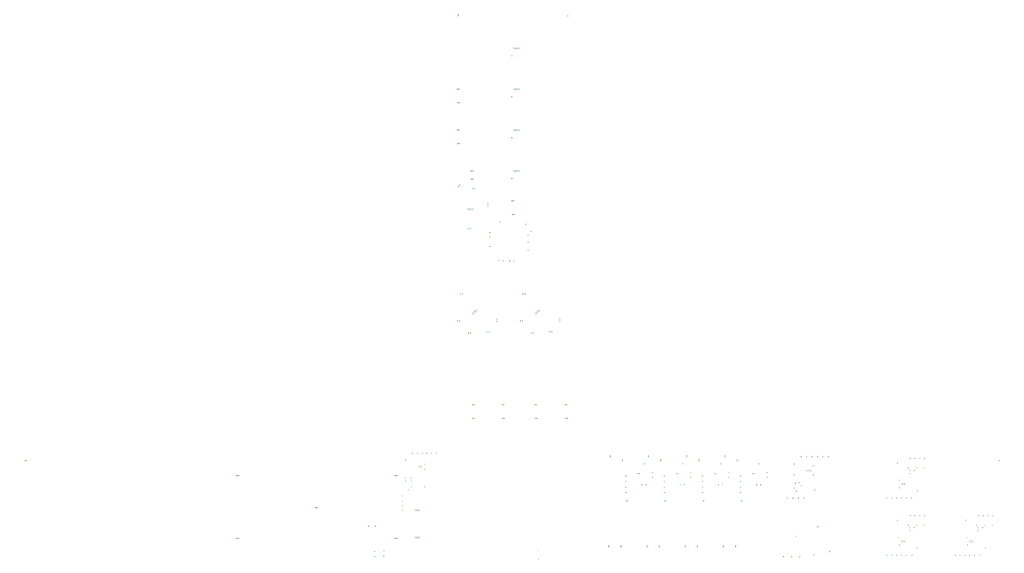
<source format=gbr>
%TF.GenerationSoftware,Altium Limited,Altium Designer,22.5.1 (42)*%
G04 Layer_Color=32768*
%FSLAX26Y26*%
%MOIN*%
%TF.SameCoordinates,79F18A81-A5BF-4171-AD75-6FA3A7A6B408*%
%TF.FilePolarity,Positive*%
%TF.FileFunction,Other,Top_Value*%
%TF.Part,Single*%
G01*
G75*
%TA.AperFunction,NonConductor*%
%ADD88C,0.001000*%
%ADD89C,0.003937*%
D88*
X12431099Y4488189D02*
X12421260D01*
Y4481629D01*
X12431099Y4471790D02*
X12429459Y4475070D01*
X12426180Y4478350D01*
X12422900D01*
X12421260Y4476710D01*
Y4473430D01*
X12422900Y4471790D01*
X12424540D01*
X12426180Y4473430D01*
Y4478350D01*
X12401575Y4704724D02*
X12406573D01*
Y4702225D01*
X12405740Y4701392D01*
X12404074D01*
X12403241Y4702225D01*
Y4704724D01*
Y4703058D02*
X12401575Y4701392D01*
Y4696394D02*
Y4699726D01*
X12404907Y4696394D01*
X12405740D01*
X12406573Y4697227D01*
Y4698893D01*
X12405740Y4699726D01*
X12406573Y4691395D02*
Y4694727D01*
X12404074D01*
X12404907Y4693061D01*
Y4692228D01*
X12404074Y4691395D01*
X12402408D01*
X12401575Y4692228D01*
Y4693894D01*
X12402408Y4694727D01*
X12397409Y4822230D02*
X12396576Y4821397D01*
Y4819731D01*
X12397409Y4818898D01*
X12400742D01*
X12401575Y4819731D01*
Y4821397D01*
X12400742Y4822230D01*
X12401575Y4823896D02*
Y4825562D01*
Y4824729D01*
X12396576D01*
X12397409Y4823896D01*
X12396576Y4831394D02*
Y4828061D01*
X12399076D01*
X12398243Y4829727D01*
Y4830560D01*
X12399076Y4831394D01*
X12400742D01*
X12401575Y4830560D01*
Y4828894D01*
X12400742Y4828061D01*
X12401575Y4835559D02*
X12396576D01*
X12399076Y4833060D01*
Y4836392D01*
X12031724Y4370683D02*
X12032557Y4371516D01*
Y4373182D01*
X12031724Y4374016D01*
X12028392D01*
X12027559Y4373182D01*
Y4371516D01*
X12028392Y4370683D01*
X12027559Y4369017D02*
Y4367351D01*
Y4368184D01*
X12032557D01*
X12031724Y4369017D01*
X12032557Y4361520D02*
Y4364852D01*
X12030058D01*
X12030891Y4363186D01*
Y4362353D01*
X12030058Y4361520D01*
X12028392D01*
X12027559Y4362353D01*
Y4364019D01*
X12028392Y4364852D01*
X12031724Y4359854D02*
X12032557Y4359020D01*
Y4357354D01*
X12031724Y4356521D01*
X12030891D01*
X12030058Y4357354D01*
X12029225Y4356521D01*
X12028392D01*
X12027559Y4357354D01*
Y4359020D01*
X12028392Y4359854D01*
X12029225D01*
X12030058Y4359020D01*
X12030891Y4359854D01*
X12031724D01*
X12030058Y4359020D02*
Y4357354D01*
X12110465Y4370683D02*
X12111298Y4371516D01*
Y4373182D01*
X12110465Y4374016D01*
X12107132D01*
X12106299Y4373182D01*
Y4371516D01*
X12107132Y4370683D01*
X12106299Y4369017D02*
Y4367351D01*
Y4368184D01*
X12111298D01*
X12110465Y4369017D01*
X12111298Y4361520D02*
Y4364852D01*
X12108798D01*
X12109631Y4363186D01*
Y4362353D01*
X12108798Y4361520D01*
X12107132D01*
X12106299Y4362353D01*
Y4364019D01*
X12107132Y4364852D01*
X12111298Y4359854D02*
Y4356521D01*
X12110465D01*
X12107132Y4359854D01*
X12106299D01*
X12189205Y4370683D02*
X12190038Y4371516D01*
Y4373182D01*
X12189205Y4374016D01*
X12185872D01*
X12185039Y4373182D01*
Y4371516D01*
X12185872Y4370683D01*
X12185039Y4369017D02*
Y4367351D01*
Y4368184D01*
X12190038D01*
X12189205Y4369017D01*
X12190038Y4361520D02*
Y4364852D01*
X12187539D01*
X12188372Y4363186D01*
Y4362353D01*
X12187539Y4361520D01*
X12185872D01*
X12185039Y4362353D01*
Y4364019D01*
X12185872Y4364852D01*
X12190038Y4356521D02*
X12189205Y4358187D01*
X12187539Y4359854D01*
X12185872D01*
X12185039Y4359020D01*
Y4357354D01*
X12185872Y4356521D01*
X12186705D01*
X12187539Y4357354D01*
Y4359854D01*
X12267945Y4370683D02*
X12268778Y4371516D01*
Y4373182D01*
X12267945Y4374016D01*
X12264613D01*
X12263780Y4373182D01*
Y4371516D01*
X12264613Y4370683D01*
X12263780Y4369017D02*
Y4367351D01*
Y4368184D01*
X12268778D01*
X12267945Y4369017D01*
X12268778Y4361520D02*
Y4364852D01*
X12266279D01*
X12267112Y4363186D01*
Y4362353D01*
X12266279Y4361520D01*
X12264613D01*
X12263780Y4362353D01*
Y4364019D01*
X12264613Y4364852D01*
X12268778Y4356521D02*
Y4359854D01*
X12266279D01*
X12267112Y4358187D01*
Y4357354D01*
X12266279Y4356521D01*
X12264613D01*
X12263780Y4357354D01*
Y4359020D01*
X12264613Y4359854D01*
X12122047Y4507874D02*
Y4512872D01*
X12124547D01*
X12125380Y4512039D01*
Y4510373D01*
X12124547Y4509540D01*
X12122047D01*
X12123713D02*
X12125380Y4507874D01*
X12130378D02*
X12127046D01*
X12130378Y4511206D01*
Y4512039D01*
X12129545Y4512872D01*
X12127879D01*
X12127046Y4512039D01*
X12135376Y4512872D02*
X12133710Y4512039D01*
X12132044Y4510373D01*
Y4508707D01*
X12132877Y4507874D01*
X12134543D01*
X12135376Y4508707D01*
Y4509540D01*
X12134543Y4510373D01*
X12132044D01*
X12165959Y4464338D02*
X12166792Y4463505D01*
X12168458D01*
X12169291Y4464338D01*
Y4467671D01*
X12168458Y4468504D01*
X12166792D01*
X12165959Y4467671D01*
X12164293Y4468504D02*
X12162627D01*
X12163460D01*
Y4463505D01*
X12164293Y4464338D01*
X12156795Y4463505D02*
X12160128D01*
Y4466005D01*
X12158461Y4465172D01*
X12157628D01*
X12156795Y4466005D01*
Y4467671D01*
X12157628Y4468504D01*
X12159294D01*
X12160128Y4467671D01*
X12155129D02*
X12154296Y4468504D01*
X12152630D01*
X12151797Y4467671D01*
Y4464338D01*
X12152630Y4463505D01*
X12154296D01*
X12155129Y4464338D01*
Y4465172D01*
X12154296Y4466005D01*
X12151797D01*
X12190945Y4586614D02*
Y4591613D01*
X12193444D01*
X12194277Y4590779D01*
Y4589113D01*
X12193444Y4588280D01*
X12190945D01*
X12192611D02*
X12194277Y4586614D01*
X12199276D02*
X12195943D01*
X12199276Y4589946D01*
Y4590779D01*
X12198442Y4591613D01*
X12196776D01*
X12195943Y4590779D01*
X12200942Y4591613D02*
X12204274D01*
Y4590779D01*
X12200942Y4587447D01*
Y4586614D01*
X12125984Y4708661D02*
X12130983D01*
Y4706162D01*
X12130149Y4705329D01*
X12128483D01*
X12127650Y4706162D01*
Y4708661D01*
Y4706995D02*
X12125984Y4705329D01*
Y4700331D02*
Y4703663D01*
X12129317Y4700331D01*
X12130149D01*
X12130983Y4701164D01*
Y4702830D01*
X12130149Y4703663D01*
Y4698664D02*
X12130983Y4697831D01*
Y4696165D01*
X12130149Y4695332D01*
X12129317D01*
X12128483Y4696165D01*
X12127650Y4695332D01*
X12126817D01*
X12125984Y4696165D01*
Y4697831D01*
X12126817Y4698664D01*
X12127650D01*
X12128483Y4697831D01*
X12129317Y4698664D01*
X12130149D01*
X12128483Y4697831D02*
Y4696165D01*
X12370079Y4753628D02*
X12363414D01*
X12366746D01*
Y4773622D01*
X12370079D01*
X12363414D01*
X12340088Y4756961D02*
X12343421Y4753628D01*
X12350085D01*
X12353417Y4756961D01*
Y4770290D01*
X12350085Y4773622D01*
X12343421D01*
X12340088Y4770290D01*
X12333424Y4773622D02*
X12326759D01*
X12330092D01*
Y4753628D01*
X12333424Y4756961D01*
X12306766Y4773622D02*
Y4753628D01*
X12316763Y4763625D01*
X12303434D01*
X12130149Y4862809D02*
X12130983Y4863642D01*
Y4865309D01*
X12130149Y4866142D01*
X12126817D01*
X12125984Y4865309D01*
Y4863642D01*
X12126817Y4862809D01*
X12125984Y4861143D02*
Y4859477D01*
Y4860310D01*
X12130983D01*
X12130149Y4861143D01*
X12130983Y4853646D02*
X12130149Y4855312D01*
X12128483Y4856978D01*
X12126817D01*
X12125984Y4856145D01*
Y4854479D01*
X12126817Y4853646D01*
X12127650D01*
X12128483Y4854479D01*
Y4856978D01*
X12130983Y4848647D02*
X12130149Y4850313D01*
X12128483Y4851980D01*
X12126817D01*
X12125984Y4851146D01*
Y4849480D01*
X12126817Y4848647D01*
X12127650D01*
X12128483Y4849480D01*
Y4851980D01*
X12226150Y4960025D02*
X12225317Y4959192D01*
Y4957526D01*
X12226150Y4956693D01*
X12229482D01*
X12230315Y4957526D01*
Y4959192D01*
X12229482Y4960025D01*
X12230315Y4961691D02*
Y4963357D01*
Y4962524D01*
X12225317D01*
X12226150Y4961691D01*
X12225317Y4969189D02*
X12226150Y4967523D01*
X12227816Y4965857D01*
X12229482D01*
X12230315Y4966690D01*
Y4968356D01*
X12229482Y4969189D01*
X12228649D01*
X12227816Y4968356D01*
Y4965857D01*
X12225317Y4974187D02*
Y4970855D01*
X12227816D01*
X12226983Y4972521D01*
Y4973354D01*
X12227816Y4974187D01*
X12229482D01*
X12230315Y4973354D01*
Y4971688D01*
X12229482Y4970855D01*
X12304890Y4960025D02*
X12304057Y4959192D01*
Y4957526D01*
X12304890Y4956693D01*
X12308222D01*
X12309055Y4957526D01*
Y4959192D01*
X12308222Y4960025D01*
X12309055Y4961691D02*
Y4963357D01*
Y4962524D01*
X12304057D01*
X12304890Y4961691D01*
X12304057Y4969189D02*
X12304890Y4967523D01*
X12306556Y4965857D01*
X12308222D01*
X12309055Y4966690D01*
Y4968356D01*
X12308222Y4969189D01*
X12307389D01*
X12306556Y4968356D01*
Y4965857D01*
X12309055Y4973354D02*
X12304057D01*
X12306556Y4970855D01*
Y4974187D01*
X12383630Y4960025D02*
X12382797Y4959192D01*
Y4957526D01*
X12383630Y4956693D01*
X12386962D01*
X12387795Y4957526D01*
Y4959192D01*
X12386962Y4960025D01*
X12387795Y4961691D02*
Y4963357D01*
Y4962524D01*
X12382797D01*
X12383630Y4961691D01*
X12382797Y4969189D02*
X12383630Y4967523D01*
X12385296Y4965857D01*
X12386962D01*
X12387795Y4966690D01*
Y4968356D01*
X12386962Y4969189D01*
X12386129D01*
X12385296Y4968356D01*
Y4965857D01*
X12383630Y4970855D02*
X12382797Y4971688D01*
Y4973354D01*
X12383630Y4974187D01*
X12384463D01*
X12385296Y4973354D01*
Y4972521D01*
Y4973354D01*
X12386129Y4974187D01*
X12386962D01*
X12387795Y4973354D01*
Y4971688D01*
X12386962Y4970855D01*
X12462370Y4960025D02*
X12461537Y4959192D01*
Y4957526D01*
X12462370Y4956693D01*
X12465702D01*
X12466535Y4957526D01*
Y4959192D01*
X12465702Y4960025D01*
X12466535Y4961691D02*
Y4963357D01*
Y4962524D01*
X12461537D01*
X12462370Y4961691D01*
X12461537Y4969189D02*
X12462370Y4967523D01*
X12464036Y4965857D01*
X12465702D01*
X12466535Y4966690D01*
Y4968356D01*
X12465702Y4969189D01*
X12464869D01*
X12464036Y4968356D01*
Y4965857D01*
X12466535Y4974187D02*
Y4970855D01*
X12463203Y4974187D01*
X12462370D01*
X12461537Y4973354D01*
Y4971688D01*
X12462370Y4970855D01*
X12541110Y4960025D02*
X12540277Y4959192D01*
Y4957526D01*
X12541110Y4956693D01*
X12544442D01*
X12545276Y4957526D01*
Y4959192D01*
X12544442Y4960025D01*
X12545276Y4961691D02*
Y4963357D01*
Y4962524D01*
X12540277D01*
X12541110Y4961691D01*
X12540277Y4969189D02*
X12541110Y4967523D01*
X12542776Y4965857D01*
X12544442D01*
X12545276Y4966690D01*
Y4968356D01*
X12544442Y4969189D01*
X12543610D01*
X12542776Y4968356D01*
Y4965857D01*
X12545276Y4970855D02*
Y4972521D01*
Y4971688D01*
X12540277D01*
X12541110Y4970855D01*
X12619851Y4960025D02*
X12619017Y4959192D01*
Y4957526D01*
X12619851Y4956693D01*
X12623183D01*
X12624016Y4957526D01*
Y4959192D01*
X12623183Y4960025D01*
X12624016Y4961691D02*
Y4963357D01*
Y4962524D01*
X12619017D01*
X12619851Y4961691D01*
X12619017Y4969189D02*
X12619851Y4967523D01*
X12621517Y4965857D01*
X12623183D01*
X12624016Y4966690D01*
Y4968356D01*
X12623183Y4969189D01*
X12622350D01*
X12621517Y4968356D01*
Y4965857D01*
X12619851Y4970855D02*
X12619017Y4971688D01*
Y4973354D01*
X12619851Y4974187D01*
X12623183D01*
X12624016Y4973354D01*
Y4971688D01*
X12623183Y4970855D01*
X12619851D01*
X12149835Y4587219D02*
X12150668Y4588052D01*
Y4589718D01*
X12149835Y4590551D01*
X12146502D01*
X12145669Y4589718D01*
Y4588052D01*
X12146502Y4587219D01*
X12145669Y4585553D02*
Y4583887D01*
Y4584720D01*
X12150668D01*
X12149835Y4585553D01*
X12150668Y4578055D02*
X12149835Y4579721D01*
X12148168Y4581387D01*
X12146502D01*
X12145669Y4580554D01*
Y4578888D01*
X12146502Y4578055D01*
X12147335D01*
X12148168Y4578888D01*
Y4581387D01*
X12149835Y4576389D02*
X12150668Y4575556D01*
Y4573890D01*
X12149835Y4573057D01*
X12149002D01*
X12148168Y4573890D01*
X12147335Y4573057D01*
X12146502D01*
X12145669Y4573890D01*
Y4575556D01*
X12146502Y4576389D01*
X12147335D01*
X12148168Y4575556D01*
X12149002Y4576389D01*
X12149835D01*
X12148168Y4575556D02*
Y4573890D01*
X12234857Y4543079D02*
X12235690Y4542246D01*
X12237356D01*
X12238189Y4543079D01*
Y4546411D01*
X12237356Y4547244D01*
X12235690D01*
X12234857Y4546411D01*
X12233191Y4547244D02*
X12231524D01*
X12232357D01*
Y4542246D01*
X12233191Y4543079D01*
X12225693Y4542246D02*
X12227359Y4543079D01*
X12229025Y4544745D01*
Y4546411D01*
X12228192Y4547244D01*
X12226526D01*
X12225693Y4546411D01*
Y4545578D01*
X12226526Y4544745D01*
X12229025D01*
X12224027Y4542246D02*
X12220694D01*
Y4543079D01*
X12224027Y4546411D01*
Y4547244D01*
X8437006Y3486219D02*
X8433071D01*
Y3483267D01*
X8435039D01*
X8433071D01*
Y3480315D01*
X8438974Y3485235D02*
X8439958Y3486219D01*
X8441926D01*
X8442910Y3485235D01*
Y3484251D01*
X8441926Y3483267D01*
X8440942D01*
X8441926D01*
X8442910Y3482283D01*
Y3481299D01*
X8441926Y3480315D01*
X8439958D01*
X8438974Y3481299D01*
X8437006Y3604329D02*
X8433071D01*
Y3601377D01*
X8435039D01*
X8433071D01*
Y3598425D01*
X8441926D02*
Y3604329D01*
X8438974Y3601377D01*
X8442910D01*
X11376642Y4324149D02*
X11377954Y4322837D01*
X11380578D01*
X11381890Y4324149D01*
Y4329397D01*
X11380578Y4330709D01*
X11377954D01*
X11376642Y4329397D01*
X11374018Y4330709D02*
X11371395D01*
X11372706D01*
Y4322837D01*
X11374018Y4324149D01*
X11367459Y4330709D02*
X11364835D01*
X11366147D01*
Y4322837D01*
X11367459Y4324149D01*
X11356964Y4330709D02*
Y4322837D01*
X11360899Y4326773D01*
X11355652D01*
X11358872Y4602134D02*
X11359706Y4601301D01*
X11361372D01*
X11362205Y4602134D01*
Y4605466D01*
X11361372Y4606299D01*
X11359706D01*
X11358872Y4605466D01*
X11357206Y4606299D02*
X11355540D01*
X11356373D01*
Y4601301D01*
X11357206Y4602134D01*
X11353041Y4606299D02*
X11351375D01*
X11352208D01*
Y4601301D01*
X11353041Y4602134D01*
X11348876Y4601301D02*
X11345543D01*
Y4602134D01*
X11348876Y4605466D01*
Y4606299D01*
X11358872Y4523394D02*
X11359706Y4522561D01*
X11361372D01*
X11362205Y4523394D01*
Y4526726D01*
X11361372Y4527559D01*
X11359706D01*
X11358872Y4526726D01*
X11357206Y4527559D02*
X11355540D01*
X11356373D01*
Y4522561D01*
X11357206Y4523394D01*
X11353041Y4527559D02*
X11351375D01*
X11352208D01*
Y4522561D01*
X11353041Y4523394D01*
X11345543Y4522561D02*
X11347210Y4523394D01*
X11348876Y4525060D01*
Y4526726D01*
X11348043Y4527559D01*
X11346377D01*
X11345543Y4526726D01*
Y4525893D01*
X11346377Y4525060D01*
X11348876D01*
X11358872Y4444654D02*
X11359706Y4443820D01*
X11361372D01*
X11362205Y4444654D01*
Y4447986D01*
X11361372Y4448819D01*
X11359706D01*
X11358872Y4447986D01*
X11357206Y4448819D02*
X11355540D01*
X11356373D01*
Y4443820D01*
X11357206Y4444654D01*
X11353041Y4448819D02*
X11351375D01*
X11352208D01*
Y4443820D01*
X11353041Y4444654D01*
X11345543Y4443820D02*
X11348876D01*
Y4446320D01*
X11347210Y4445487D01*
X11346377D01*
X11345543Y4446320D01*
Y4447986D01*
X11346377Y4448819D01*
X11348043D01*
X11348876Y4447986D01*
X11358872Y4680874D02*
X11359706Y4680041D01*
X11361372D01*
X11362205Y4680874D01*
Y4684206D01*
X11361372Y4685039D01*
X11359706D01*
X11358872Y4684206D01*
X11357206Y4685039D02*
X11355540D01*
X11356373D01*
Y4680041D01*
X11357206Y4680874D01*
X11353041Y4685039D02*
X11351375D01*
X11352208D01*
Y4680041D01*
X11353041Y4680874D01*
X11348876D02*
X11348043Y4680041D01*
X11346377D01*
X11345543Y4680874D01*
Y4681707D01*
X11346377Y4682540D01*
X11345543Y4683373D01*
Y4684206D01*
X11346377Y4685039D01*
X11348043D01*
X11348876Y4684206D01*
Y4683373D01*
X11348043Y4682540D01*
X11348876Y4681707D01*
Y4680874D01*
X11348043Y4682540D02*
X11346377D01*
X9632543Y3679792D02*
X9633855Y3681104D01*
Y3683727D01*
X9632543Y3685039D01*
X9627295D01*
X9625983Y3683727D01*
Y3681104D01*
X9627295Y3679792D01*
X9625983Y3677168D02*
Y3674544D01*
Y3675856D01*
X9633855D01*
X9632543Y3677168D01*
X9633855Y3665361D02*
Y3670608D01*
X9629919D01*
X9631231Y3667985D01*
Y3666673D01*
X9629919Y3665361D01*
X9627295D01*
X9625983Y3666673D01*
Y3669296D01*
X9627295Y3670608D01*
X9632543Y3662737D02*
X9633855Y3661425D01*
Y3658801D01*
X9632543Y3657489D01*
X9631231D01*
X9629919Y3658801D01*
Y3660113D01*
Y3658801D01*
X9628607Y3657489D01*
X9627295D01*
X9625983Y3658801D01*
Y3661425D01*
X9627295Y3662737D01*
X9455378Y3679792D02*
X9456690Y3681104D01*
Y3683727D01*
X9455378Y3685039D01*
X9450131D01*
X9448819Y3683727D01*
Y3681104D01*
X9450131Y3679792D01*
X9448819Y3677168D02*
Y3674544D01*
Y3675856D01*
X9456690D01*
X9455378Y3677168D01*
X9456690Y3665361D02*
Y3670608D01*
X9452755D01*
X9454067Y3667985D01*
Y3666673D01*
X9452755Y3665361D01*
X9450131D01*
X9448819Y3666673D01*
Y3669296D01*
X9450131Y3670608D01*
X9448819Y3657489D02*
Y3662737D01*
X9454067Y3657489D01*
X9455378D01*
X9456690Y3658801D01*
Y3661425D01*
X9455378Y3662737D01*
X10006559Y3679792D02*
X10007871Y3681104D01*
Y3683727D01*
X10006559Y3685039D01*
X10001312D01*
X10000000Y3683727D01*
Y3681104D01*
X10001312Y3679792D01*
X10000000Y3677168D02*
Y3674544D01*
Y3675856D01*
X10007871D01*
X10006559Y3677168D01*
Y3670608D02*
X10007871Y3669296D01*
Y3666673D01*
X10006559Y3665361D01*
X10001312D01*
X10000000Y3666673D01*
Y3669296D01*
X10001312Y3670608D01*
X10006559D01*
Y3662737D02*
X10007871Y3661425D01*
Y3658801D01*
X10006559Y3657489D01*
X10005248D01*
X10003936Y3658801D01*
X10002624Y3657489D01*
X10001312D01*
X10000000Y3658801D01*
Y3661425D01*
X10001312Y3662737D01*
X10002624D01*
X10003936Y3661425D01*
X10005248Y3662737D01*
X10006559D01*
X10003936Y3661425D02*
Y3658801D01*
X10183724Y3679792D02*
X10185036Y3681104D01*
Y3683727D01*
X10183724Y3685039D01*
X10178477D01*
X10177165Y3683727D01*
Y3681104D01*
X10178477Y3679792D01*
X10177165Y3677168D02*
Y3674544D01*
Y3675856D01*
X10185036D01*
X10183724Y3677168D01*
Y3670608D02*
X10185036Y3669296D01*
Y3666673D01*
X10183724Y3665361D01*
X10178477D01*
X10177165Y3666673D01*
Y3669296D01*
X10178477Y3670608D01*
X10183724D01*
X10178477Y3662737D02*
X10177165Y3661425D01*
Y3658801D01*
X10178477Y3657489D01*
X10183724D01*
X10185036Y3658801D01*
Y3661425D01*
X10183724Y3662737D01*
X10182412D01*
X10181100Y3661425D01*
Y3657489D01*
X10557741Y3679792D02*
X10559053Y3681104D01*
Y3683727D01*
X10557741Y3685039D01*
X10552493D01*
X10551181Y3683727D01*
Y3681104D01*
X10552493Y3679792D01*
X10551181Y3677168D02*
Y3674544D01*
Y3675856D01*
X10559053D01*
X10557741Y3677168D01*
X10551181Y3666673D02*
X10559053D01*
X10555117Y3670608D01*
Y3665361D01*
X10557741Y3662737D02*
X10559053Y3661425D01*
Y3658801D01*
X10557741Y3657489D01*
X10556429D01*
X10555117Y3658801D01*
X10553805Y3657489D01*
X10552493D01*
X10551181Y3658801D01*
Y3661425D01*
X10552493Y3662737D01*
X10553805D01*
X10555117Y3661425D01*
X10556429Y3662737D01*
X10557741D01*
X10555117Y3661425D02*
Y3658801D01*
X10734905Y3679792D02*
X10736217Y3681104D01*
Y3683727D01*
X10734905Y3685039D01*
X10729658D01*
X10728346Y3683727D01*
Y3681104D01*
X10729658Y3679792D01*
X10728346Y3677168D02*
Y3674544D01*
Y3675856D01*
X10736217D01*
X10734905Y3677168D01*
X10728346Y3666673D02*
X10736217D01*
X10732282Y3670608D01*
Y3665361D01*
X10729658Y3662737D02*
X10728346Y3661425D01*
Y3658801D01*
X10729658Y3657489D01*
X10734905D01*
X10736217Y3658801D01*
Y3661425D01*
X10734905Y3662737D01*
X10733594D01*
X10732282Y3661425D01*
Y3657489D01*
X11108922Y3679792D02*
X11110234Y3681104D01*
Y3683727D01*
X11108922Y3685039D01*
X11103674D01*
X11102362Y3683727D01*
Y3681104D01*
X11103674Y3679792D01*
X11102362Y3677168D02*
Y3674544D01*
Y3675856D01*
X11110234D01*
X11108922Y3677168D01*
Y3670608D02*
X11110234Y3669296D01*
Y3666673D01*
X11108922Y3665361D01*
X11103674D01*
X11102362Y3666673D01*
Y3669296D01*
X11103674Y3670608D01*
X11108922D01*
X11102362Y3657489D02*
Y3662737D01*
X11107610Y3657489D01*
X11108922D01*
X11110234Y3658801D01*
Y3661425D01*
X11108922Y3662737D01*
X11286086Y3679792D02*
X11287398Y3681104D01*
Y3683727D01*
X11286086Y3685039D01*
X11280839D01*
X11279527Y3683727D01*
Y3681104D01*
X11280839Y3679792D01*
X11279527Y3677168D02*
Y3674544D01*
Y3675856D01*
X11287398D01*
X11286086Y3677168D01*
Y3670608D02*
X11287398Y3669296D01*
Y3666673D01*
X11286086Y3665361D01*
X11280839D01*
X11279527Y3666673D01*
Y3669296D01*
X11280839Y3670608D01*
X11286086D01*
Y3662737D02*
X11287398Y3661425D01*
Y3658801D01*
X11286086Y3657489D01*
X11284774D01*
X11283462Y3658801D01*
Y3660113D01*
Y3658801D01*
X11282151Y3657489D01*
X11280839D01*
X11279527Y3658801D01*
Y3661425D01*
X11280839Y3662737D01*
X9901575Y4714570D02*
X9898295D01*
X9899935D01*
Y4724409D01*
X9901575D01*
X9898295D01*
X9886816Y4716210D02*
X9888456Y4714570D01*
X9891735D01*
X9893375Y4716210D01*
Y4722770D01*
X9891735Y4724409D01*
X9888456D01*
X9886816Y4722770D01*
X9883536Y4724409D02*
X9880256D01*
X9881896D01*
Y4714570D01*
X9883536Y4716210D01*
X9868777Y4724409D02*
X9875337D01*
X9868777Y4717850D01*
Y4716210D01*
X9870417Y4714570D01*
X9873697D01*
X9875337Y4716210D01*
X10452756Y4714570D02*
X10449476D01*
X10451116D01*
Y4724409D01*
X10452756D01*
X10449476D01*
X10437997Y4716210D02*
X10439637Y4714570D01*
X10442917D01*
X10444557Y4716210D01*
Y4722770D01*
X10442917Y4724409D01*
X10439637D01*
X10437997Y4722770D01*
X10434717Y4716210D02*
X10433077Y4714570D01*
X10429798D01*
X10428158Y4716210D01*
Y4717850D01*
X10429798Y4719490D01*
X10428158Y4721130D01*
Y4722770D01*
X10429798Y4724409D01*
X10433077D01*
X10434717Y4722770D01*
Y4721130D01*
X10433077Y4719490D01*
X10434717Y4717850D01*
Y4716210D01*
X10433077Y4719490D02*
X10429798D01*
X11003937Y4714570D02*
X11000657D01*
X11002297D01*
Y4724409D01*
X11003937D01*
X11000657D01*
X10989178Y4716210D02*
X10990818Y4714570D01*
X10994098D01*
X10995738Y4716210D01*
Y4722770D01*
X10994098Y4724409D01*
X10990818D01*
X10989178Y4722770D01*
X10985898Y4714570D02*
X10979339D01*
Y4716210D01*
X10985898Y4722770D01*
Y4724409D01*
X11555118Y4714570D02*
X11551838D01*
X11553478D01*
Y4724409D01*
X11555118D01*
X11551838D01*
X11540359Y4716210D02*
X11541999Y4714570D01*
X11545279D01*
X11546919Y4716210D01*
Y4722770D01*
X11545279Y4724409D01*
X11541999D01*
X11540359Y4722770D01*
X11537079Y4724409D02*
X11533800D01*
X11535440D01*
Y4714570D01*
X11537079Y4716210D01*
X11528880D02*
X11527240Y4714570D01*
X11523960D01*
X11522320Y4716210D01*
Y4722770D01*
X11523960Y4724409D01*
X11527240D01*
X11528880Y4722770D01*
Y4716210D01*
X10256510Y4680874D02*
X10257343Y4680041D01*
X10259009D01*
X10259843Y4680874D01*
Y4684206D01*
X10259009Y4685039D01*
X10257343D01*
X10256510Y4684206D01*
X10254844D02*
X10254011Y4685039D01*
X10252345D01*
X10251512Y4684206D01*
Y4680874D01*
X10252345Y4680041D01*
X10254011D01*
X10254844Y4680874D01*
Y4681707D01*
X10254011Y4682540D01*
X10251512D01*
X10246513Y4685039D02*
X10249846D01*
X10246513Y4681707D01*
Y4680874D01*
X10247346Y4680041D01*
X10249013D01*
X10249846Y4680874D01*
X10256510Y4602134D02*
X10257343Y4601301D01*
X10259009D01*
X10259843Y4602134D01*
Y4605466D01*
X10259009Y4606299D01*
X10257343D01*
X10256510Y4605466D01*
X10254844D02*
X10254011Y4606299D01*
X10252345D01*
X10251512Y4605466D01*
Y4602134D01*
X10252345Y4601301D01*
X10254011D01*
X10254844Y4602134D01*
Y4602967D01*
X10254011Y4603800D01*
X10251512D01*
X10249846Y4606299D02*
X10248180D01*
X10249013D01*
Y4601301D01*
X10249846Y4602134D01*
X10256510Y4523394D02*
X10257343Y4522561D01*
X10259009D01*
X10259843Y4523394D01*
Y4526726D01*
X10259009Y4527559D01*
X10257343D01*
X10256510Y4526726D01*
X10254844D02*
X10254011Y4527559D01*
X10252345D01*
X10251512Y4526726D01*
Y4523394D01*
X10252345Y4522561D01*
X10254011D01*
X10254844Y4523394D01*
Y4524227D01*
X10254011Y4525060D01*
X10251512D01*
X10249846Y4523394D02*
X10249013Y4522561D01*
X10247346D01*
X10246513Y4523394D01*
Y4526726D01*
X10247346Y4527559D01*
X10249013D01*
X10249846Y4526726D01*
Y4523394D01*
X10256510Y4444654D02*
X10257343Y4443820D01*
X10259009D01*
X10259843Y4444654D01*
Y4447986D01*
X10259009Y4448819D01*
X10257343D01*
X10256510Y4447986D01*
X10254844Y4444654D02*
X10254011Y4443820D01*
X10252345D01*
X10251512Y4444654D01*
Y4445487D01*
X10252345Y4446320D01*
X10251512Y4447153D01*
Y4447986D01*
X10252345Y4448819D01*
X10254011D01*
X10254844Y4447986D01*
Y4447153D01*
X10254011Y4446320D01*
X10254844Y4445487D01*
Y4444654D01*
X10254011Y4446320D02*
X10252345D01*
X10249846Y4447986D02*
X10249013Y4448819D01*
X10247346D01*
X10246513Y4447986D01*
Y4444654D01*
X10247346Y4443820D01*
X10249013D01*
X10249846Y4444654D01*
Y4445487D01*
X10249013Y4446320D01*
X10246513D01*
X10274280Y4324149D02*
X10275592Y4322837D01*
X10278216D01*
X10279528Y4324149D01*
Y4329397D01*
X10278216Y4330709D01*
X10275592D01*
X10274280Y4329397D01*
X10271656Y4324149D02*
X10270344Y4322837D01*
X10267720D01*
X10266408Y4324149D01*
Y4325461D01*
X10267720Y4326773D01*
X10266408Y4328085D01*
Y4329397D01*
X10267720Y4330709D01*
X10270344D01*
X10271656Y4329397D01*
Y4328085D01*
X10270344Y4326773D01*
X10271656Y4325461D01*
Y4324149D01*
X10270344Y4326773D02*
X10267720D01*
X10263785Y4324149D02*
X10262473Y4322837D01*
X10259849D01*
X10258537Y4324149D01*
Y4325461D01*
X10259849Y4326773D01*
X10258537Y4328085D01*
Y4329397D01*
X10259849Y4330709D01*
X10262473D01*
X10263785Y4329397D01*
Y4328085D01*
X10262473Y4326773D01*
X10263785Y4325461D01*
Y4324149D01*
X10262473Y4326773D02*
X10259849D01*
X10484480Y4563597D02*
X10485313Y4564430D01*
Y4566096D01*
X10484480Y4566929D01*
X10481148D01*
X10480315Y4566096D01*
Y4564430D01*
X10481148Y4563597D01*
X10484480Y4561931D02*
X10485313Y4561098D01*
Y4559431D01*
X10484480Y4558598D01*
X10483647D01*
X10482814Y4559431D01*
X10481981Y4558598D01*
X10481148D01*
X10480315Y4559431D01*
Y4561098D01*
X10481148Y4561931D01*
X10481981D01*
X10482814Y4561098D01*
X10483647Y4561931D01*
X10484480D01*
X10482814Y4561098D02*
Y4559431D01*
X10485313Y4556932D02*
Y4553600D01*
X10484480D01*
X10481148Y4556932D01*
X10480315D01*
X10629317Y4736449D02*
X10628484Y4737282D01*
X10626817D01*
X10625984Y4736449D01*
Y4733117D01*
X10626817Y4732283D01*
X10628484D01*
X10629317Y4733117D01*
X10630983Y4736449D02*
X10631816Y4737282D01*
X10633482D01*
X10634315Y4736449D01*
Y4735616D01*
X10633482Y4734783D01*
X10634315Y4733950D01*
Y4733117D01*
X10633482Y4732283D01*
X10631816D01*
X10630983Y4733117D01*
Y4733950D01*
X10631816Y4734783D01*
X10630983Y4735616D01*
Y4736449D01*
X10631816Y4734783D02*
X10633482D01*
X10639313Y4737282D02*
X10637647Y4736449D01*
X10635981Y4734783D01*
Y4733117D01*
X10636814Y4732283D01*
X10638480D01*
X10639313Y4733117D01*
Y4733950D01*
X10638480Y4734783D01*
X10635981D01*
X10629317Y4669520D02*
X10628484Y4670353D01*
X10626817D01*
X10625984Y4669520D01*
Y4666187D01*
X10626817Y4665354D01*
X10628484D01*
X10629317Y4666187D01*
X10630983Y4669520D02*
X10631816Y4670353D01*
X10633482D01*
X10634315Y4669520D01*
Y4668687D01*
X10633482Y4667854D01*
X10634315Y4667020D01*
Y4666187D01*
X10633482Y4665354D01*
X10631816D01*
X10630983Y4666187D01*
Y4667020D01*
X10631816Y4667854D01*
X10630983Y4668687D01*
Y4669520D01*
X10631816Y4667854D02*
X10633482D01*
X10639313Y4670353D02*
X10635981D01*
Y4667854D01*
X10637647Y4668687D01*
X10638480D01*
X10639313Y4667854D01*
Y4666187D01*
X10638480Y4665354D01*
X10636814D01*
X10635981Y4666187D01*
X10543535Y4563597D02*
X10544369Y4564430D01*
Y4566096D01*
X10543535Y4566929D01*
X10540203D01*
X10539370Y4566096D01*
Y4564430D01*
X10540203Y4563597D01*
X10543535Y4561931D02*
X10544369Y4561098D01*
Y4559431D01*
X10543535Y4558598D01*
X10542702D01*
X10541869Y4559431D01*
X10541036Y4558598D01*
X10540203D01*
X10539370Y4559431D01*
Y4561098D01*
X10540203Y4561931D01*
X10541036D01*
X10541869Y4561098D01*
X10542702Y4561931D01*
X10543535D01*
X10541869Y4561098D02*
Y4559431D01*
X10539370Y4554433D02*
X10544369D01*
X10541869Y4556932D01*
Y4553600D01*
X10807691Y4680874D02*
X10808524Y4680041D01*
X10810191D01*
X10811024Y4680874D01*
Y4684206D01*
X10810191Y4685039D01*
X10808524D01*
X10807691Y4684206D01*
X10806025Y4680874D02*
X10805192Y4680041D01*
X10803526D01*
X10802693Y4680874D01*
Y4681707D01*
X10803526Y4682540D01*
X10802693Y4683373D01*
Y4684206D01*
X10803526Y4685039D01*
X10805192D01*
X10806025Y4684206D01*
Y4683373D01*
X10805192Y4682540D01*
X10806025Y4681707D01*
Y4680874D01*
X10805192Y4682540D02*
X10803526D01*
X10801027Y4680874D02*
X10800194Y4680041D01*
X10798528D01*
X10797694Y4680874D01*
Y4681707D01*
X10798528Y4682540D01*
X10799361D01*
X10798528D01*
X10797694Y4683373D01*
Y4684206D01*
X10798528Y4685039D01*
X10800194D01*
X10801027Y4684206D01*
X10807691Y4602134D02*
X10808524Y4601301D01*
X10810191D01*
X10811024Y4602134D01*
Y4605466D01*
X10810191Y4606299D01*
X10808524D01*
X10807691Y4605466D01*
X10806025Y4602134D02*
X10805192Y4601301D01*
X10803526D01*
X10802693Y4602134D01*
Y4602967D01*
X10803526Y4603800D01*
X10802693Y4604633D01*
Y4605466D01*
X10803526Y4606299D01*
X10805192D01*
X10806025Y4605466D01*
Y4604633D01*
X10805192Y4603800D01*
X10806025Y4602967D01*
Y4602134D01*
X10805192Y4603800D02*
X10803526D01*
X10797694Y4606299D02*
X10801027D01*
X10797694Y4602967D01*
Y4602134D01*
X10798528Y4601301D01*
X10800194D01*
X10801027Y4602134D01*
X10807691Y4523394D02*
X10808524Y4522561D01*
X10810191D01*
X10811024Y4523394D01*
Y4526726D01*
X10810191Y4527559D01*
X10808524D01*
X10807691Y4526726D01*
X10806025Y4523394D02*
X10805192Y4522561D01*
X10803526D01*
X10802693Y4523394D01*
Y4524227D01*
X10803526Y4525060D01*
X10802693Y4525893D01*
Y4526726D01*
X10803526Y4527559D01*
X10805192D01*
X10806025Y4526726D01*
Y4525893D01*
X10805192Y4525060D01*
X10806025Y4524227D01*
Y4523394D01*
X10805192Y4525060D02*
X10803526D01*
X10801027Y4527559D02*
X10799361D01*
X10800194D01*
Y4522561D01*
X10801027Y4523394D01*
X10807691Y4444654D02*
X10808524Y4443820D01*
X10810191D01*
X10811024Y4444654D01*
Y4447986D01*
X10810191Y4448819D01*
X10808524D01*
X10807691Y4447986D01*
X10806025Y4444654D02*
X10805192Y4443820D01*
X10803526D01*
X10802693Y4444654D01*
Y4445487D01*
X10803526Y4446320D01*
X10802693Y4447153D01*
Y4447986D01*
X10803526Y4448819D01*
X10805192D01*
X10806025Y4447986D01*
Y4447153D01*
X10805192Y4446320D01*
X10806025Y4445487D01*
Y4444654D01*
X10805192Y4446320D02*
X10803526D01*
X10801027Y4444654D02*
X10800194Y4443820D01*
X10798528D01*
X10797694Y4444654D01*
Y4447986D01*
X10798528Y4448819D01*
X10800194D01*
X10801027Y4447986D01*
Y4444654D01*
X10825461Y4324149D02*
X10826773Y4322837D01*
X10829397D01*
X10830709Y4324149D01*
Y4329397D01*
X10829397Y4330709D01*
X10826773D01*
X10825461Y4329397D01*
X10822837Y4322837D02*
X10817590D01*
Y4324149D01*
X10822837Y4329397D01*
Y4330709D01*
X10814966Y4329397D02*
X10813654Y4330709D01*
X10811030D01*
X10809718Y4329397D01*
Y4324149D01*
X10811030Y4322837D01*
X10813654D01*
X10814966Y4324149D01*
Y4325461D01*
X10813654Y4326773D01*
X10809718D01*
X11035661Y4563597D02*
X11036495Y4564430D01*
Y4566096D01*
X11035661Y4566929D01*
X11032329D01*
X11031496Y4566096D01*
Y4564430D01*
X11032329Y4563597D01*
X11036495Y4561931D02*
Y4558598D01*
X11035661D01*
X11032329Y4561931D01*
X11031496D01*
X11035661Y4556932D02*
X11036495Y4556099D01*
Y4554433D01*
X11035661Y4553600D01*
X11034828D01*
X11033995Y4554433D01*
X11033162Y4553600D01*
X11032329D01*
X11031496Y4554433D01*
Y4556099D01*
X11032329Y4556932D01*
X11033162D01*
X11033995Y4556099D01*
X11034828Y4556932D01*
X11035661D01*
X11033995Y4556099D02*
Y4554433D01*
X11180498Y4736449D02*
X11179665Y4737282D01*
X11177998D01*
X11177165Y4736449D01*
Y4733117D01*
X11177998Y4732283D01*
X11179665D01*
X11180498Y4733117D01*
X11182164Y4737282D02*
X11185496D01*
Y4736449D01*
X11182164Y4733117D01*
Y4732283D01*
X11187162Y4737282D02*
X11190495D01*
Y4736449D01*
X11187162Y4733117D01*
Y4732283D01*
X11180498Y4669520D02*
X11179665Y4670353D01*
X11177998D01*
X11177165Y4669520D01*
Y4666187D01*
X11177998Y4665354D01*
X11179665D01*
X11180498Y4666187D01*
X11182164Y4670353D02*
X11185496D01*
Y4669520D01*
X11182164Y4666187D01*
Y4665354D01*
X11190495Y4670353D02*
X11188828Y4669520D01*
X11187162Y4667854D01*
Y4666187D01*
X11187995Y4665354D01*
X11189661D01*
X11190495Y4666187D01*
Y4667020D01*
X11189661Y4667854D01*
X11187162D01*
X11094717Y4563597D02*
X11095550Y4564430D01*
Y4566096D01*
X11094717Y4566929D01*
X11091384D01*
X11090551Y4566096D01*
Y4564430D01*
X11091384Y4563597D01*
X11095550Y4561931D02*
Y4558598D01*
X11094717D01*
X11091384Y4561931D01*
X11090551D01*
X11095550Y4553600D02*
Y4556932D01*
X11093050D01*
X11093883Y4555266D01*
Y4554433D01*
X11093050Y4553600D01*
X11091384D01*
X11090551Y4554433D01*
Y4556099D01*
X11091384Y4556932D01*
X10525591Y4862205D02*
Y4857206D01*
X10523091D01*
X10522258Y4858039D01*
Y4859706D01*
X10523091Y4860539D01*
X10525591D01*
X10523924D02*
X10522258Y4862205D01*
X10520592D02*
X10518926D01*
X10519759D01*
Y4857206D01*
X10520592Y4858039D01*
X10516427Y4861372D02*
X10515594Y4862205D01*
X10513928D01*
X10513094Y4861372D01*
Y4858039D01*
X10513928Y4857206D01*
X10515594D01*
X10516427Y4858039D01*
Y4858872D01*
X10515594Y4859706D01*
X10513094D01*
X11076772Y4862205D02*
Y4857206D01*
X11074272D01*
X11073439Y4858039D01*
Y4859706D01*
X11074272Y4860539D01*
X11076772D01*
X11075105D02*
X11073439Y4862205D01*
X11071773D02*
X11070107D01*
X11070940D01*
Y4857206D01*
X11071773Y4858039D01*
X11067608D02*
X11066775Y4857206D01*
X11065109D01*
X11064276Y4858039D01*
Y4858872D01*
X11065109Y4859706D01*
X11064276Y4860539D01*
Y4861372D01*
X11065109Y4862205D01*
X11066775D01*
X11067608Y4861372D01*
Y4860539D01*
X11066775Y4859706D01*
X11067608Y4858872D01*
Y4858039D01*
X11066775Y4859706D02*
X11065109D01*
X10200133Y4902885D02*
X10198821Y4901574D01*
Y4898950D01*
X10200133Y4897638D01*
X10205381D01*
X10206693Y4898950D01*
Y4901574D01*
X10205381Y4902885D01*
X10206693Y4905509D02*
Y4908133D01*
Y4906821D01*
X10198821D01*
X10200133Y4905509D01*
Y4912069D02*
X10198821Y4913381D01*
Y4916005D01*
X10200133Y4917316D01*
X10205381D01*
X10206693Y4916005D01*
Y4913381D01*
X10205381Y4912069D01*
X10200133D01*
X10198821Y4919940D02*
Y4925188D01*
X10200133D01*
X10205381Y4919940D01*
X10206693D01*
X10022968Y4961940D02*
X10021656Y4960629D01*
Y4958005D01*
X10022968Y4956693D01*
X10028216D01*
X10029528Y4958005D01*
Y4960629D01*
X10028216Y4961940D01*
X10029528Y4964564D02*
Y4967188D01*
Y4965876D01*
X10021656D01*
X10022968Y4964564D01*
Y4971124D02*
X10021656Y4972436D01*
Y4975060D01*
X10022968Y4976372D01*
X10028216D01*
X10029528Y4975060D01*
Y4972436D01*
X10028216Y4971124D01*
X10022968D01*
X10021656Y4984243D02*
X10022968Y4981619D01*
X10025592Y4978995D01*
X10028216D01*
X10029528Y4980307D01*
Y4982931D01*
X10028216Y4984243D01*
X10026904D01*
X10025592Y4982931D01*
Y4978995D01*
X10751315Y4902885D02*
X10750003Y4901574D01*
Y4898950D01*
X10751315Y4897638D01*
X10756562D01*
X10757874Y4898950D01*
Y4901574D01*
X10756562Y4902885D01*
X10757874Y4905509D02*
Y4908133D01*
Y4906821D01*
X10750003D01*
X10751315Y4905509D01*
Y4912069D02*
X10750003Y4913381D01*
Y4916005D01*
X10751315Y4917316D01*
X10756562D01*
X10757874Y4916005D01*
Y4913381D01*
X10756562Y4912069D01*
X10751315D01*
X10750003Y4925188D02*
Y4919940D01*
X10753938D01*
X10752627Y4922564D01*
Y4923876D01*
X10753938Y4925188D01*
X10756562D01*
X10757874Y4923876D01*
Y4921252D01*
X10756562Y4919940D01*
X10574149Y4961940D02*
X10572837Y4960629D01*
Y4958005D01*
X10574149Y4956693D01*
X10579397D01*
X10580709Y4958005D01*
Y4960629D01*
X10579397Y4961940D01*
X10580709Y4964564D02*
Y4967188D01*
Y4965876D01*
X10572837D01*
X10574149Y4964564D01*
Y4971124D02*
X10572837Y4972436D01*
Y4975060D01*
X10574149Y4976372D01*
X10579397D01*
X10580709Y4975060D01*
Y4972436D01*
X10579397Y4971124D01*
X10574149D01*
X10580709Y4982931D02*
X10572837D01*
X10576773Y4978995D01*
Y4984243D01*
X9705329Y4680874D02*
X9706162Y4680041D01*
X9707828D01*
X9708661Y4680874D01*
Y4684206D01*
X9707828Y4685039D01*
X9706162D01*
X9705329Y4684206D01*
X9703663Y4685039D02*
X9701997D01*
X9702830D01*
Y4680041D01*
X9703663Y4680874D01*
X9699498D02*
X9698665Y4680041D01*
X9696998D01*
X9696165Y4680874D01*
Y4681707D01*
X9696998Y4682540D01*
X9697832D01*
X9696998D01*
X9696165Y4683373D01*
Y4684206D01*
X9696998Y4685039D01*
X9698665D01*
X9699498Y4684206D01*
X9691167Y4680041D02*
X9692833Y4680874D01*
X9694499Y4682540D01*
Y4684206D01*
X9693666Y4685039D01*
X9692000D01*
X9691167Y4684206D01*
Y4683373D01*
X9692000Y4682540D01*
X9694499D01*
X9705329Y4602134D02*
X9706162Y4601301D01*
X9707828D01*
X9708661Y4602134D01*
Y4605466D01*
X9707828Y4606299D01*
X9706162D01*
X9705329Y4605466D01*
X9703663Y4606299D02*
X9701997D01*
X9702830D01*
Y4601301D01*
X9703663Y4602134D01*
X9699498D02*
X9698665Y4601301D01*
X9696998D01*
X9696165Y4602134D01*
Y4602967D01*
X9696998Y4603800D01*
X9697832D01*
X9696998D01*
X9696165Y4604633D01*
Y4605466D01*
X9696998Y4606299D01*
X9698665D01*
X9699498Y4605466D01*
X9691167Y4601301D02*
X9694499D01*
Y4603800D01*
X9692833Y4602967D01*
X9692000D01*
X9691167Y4603800D01*
Y4605466D01*
X9692000Y4606299D01*
X9693666D01*
X9694499Y4605466D01*
X9705329Y4523394D02*
X9706162Y4522561D01*
X9707828D01*
X9708661Y4523394D01*
Y4526726D01*
X9707828Y4527559D01*
X9706162D01*
X9705329Y4526726D01*
X9703663Y4527559D02*
X9701997D01*
X9702830D01*
Y4522561D01*
X9703663Y4523394D01*
X9699498D02*
X9698665Y4522561D01*
X9696998D01*
X9696165Y4523394D01*
Y4524227D01*
X9696998Y4525060D01*
X9697832D01*
X9696998D01*
X9696165Y4525893D01*
Y4526726D01*
X9696998Y4527559D01*
X9698665D01*
X9699498Y4526726D01*
X9692000Y4527559D02*
Y4522561D01*
X9694499Y4525060D01*
X9691167D01*
X9705329Y4444654D02*
X9706162Y4443820D01*
X9707828D01*
X9708661Y4444654D01*
Y4447986D01*
X9707828Y4448819D01*
X9706162D01*
X9705329Y4447986D01*
X9703663Y4448819D02*
X9701997D01*
X9702830D01*
Y4443820D01*
X9703663Y4444654D01*
X9699498D02*
X9698665Y4443820D01*
X9696998D01*
X9696165Y4444654D01*
Y4445487D01*
X9696998Y4446320D01*
X9697832D01*
X9696998D01*
X9696165Y4447153D01*
Y4447986D01*
X9696998Y4448819D01*
X9698665D01*
X9699498Y4447986D01*
X9694499Y4444654D02*
X9693666Y4443820D01*
X9692000D01*
X9691167Y4444654D01*
Y4445487D01*
X9692000Y4446320D01*
X9692833D01*
X9692000D01*
X9691167Y4447153D01*
Y4447986D01*
X9692000Y4448819D01*
X9693666D01*
X9694499Y4447986D01*
X9723099Y4324149D02*
X9724411Y4322837D01*
X9727035D01*
X9728346Y4324149D01*
Y4329397D01*
X9727035Y4330709D01*
X9724411D01*
X9723099Y4329397D01*
X9720475Y4330709D02*
X9717851D01*
X9719163D01*
Y4322837D01*
X9720475Y4324149D01*
X9713915D02*
X9712604Y4322837D01*
X9709980D01*
X9708668Y4324149D01*
Y4325461D01*
X9709980Y4326773D01*
X9711292D01*
X9709980D01*
X9708668Y4328085D01*
Y4329397D01*
X9709980Y4330709D01*
X9712604D01*
X9713915Y4329397D01*
X9700796Y4330709D02*
X9706044D01*
X9700796Y4325461D01*
Y4324149D01*
X9702108Y4322837D01*
X9704732D01*
X9706044Y4324149D01*
X9933299Y4563597D02*
X9934132Y4564430D01*
Y4566096D01*
X9933299Y4566929D01*
X9929967D01*
X9929134Y4566096D01*
Y4564430D01*
X9929967Y4563597D01*
X9929134Y4561931D02*
Y4560265D01*
Y4561098D01*
X9934132D01*
X9933299Y4561931D01*
Y4557765D02*
X9934132Y4556932D01*
Y4555266D01*
X9933299Y4554433D01*
X9932466D01*
X9931633Y4555266D01*
Y4556099D01*
Y4555266D01*
X9930800Y4554433D01*
X9929967D01*
X9929134Y4555266D01*
Y4556932D01*
X9929967Y4557765D01*
X9929134Y4552767D02*
Y4551101D01*
Y4551934D01*
X9934132D01*
X9933299Y4552767D01*
X10078136Y4736449D02*
X10077302Y4737282D01*
X10075636D01*
X10074803Y4736449D01*
Y4733117D01*
X10075636Y4732283D01*
X10077302D01*
X10078136Y4733117D01*
X10079802Y4732283D02*
X10081468D01*
X10080635D01*
Y4737282D01*
X10079802Y4736449D01*
X10083967D02*
X10084800Y4737282D01*
X10086466D01*
X10087299Y4736449D01*
Y4735616D01*
X10086466Y4734783D01*
X10085633D01*
X10086466D01*
X10087299Y4733950D01*
Y4733117D01*
X10086466Y4732283D01*
X10084800D01*
X10083967Y4733117D01*
X10088965Y4736449D02*
X10089798Y4737282D01*
X10091465D01*
X10092298Y4736449D01*
Y4733117D01*
X10091465Y4732283D01*
X10089798D01*
X10088965Y4733117D01*
Y4736449D01*
X10078136Y4669520D02*
X10077302Y4670353D01*
X10075636D01*
X10074803Y4669520D01*
Y4666187D01*
X10075636Y4665354D01*
X10077302D01*
X10078136Y4666187D01*
X10079802Y4665354D02*
X10081468D01*
X10080635D01*
Y4670353D01*
X10079802Y4669520D01*
X10087299Y4665354D02*
X10083967D01*
X10087299Y4668687D01*
Y4669520D01*
X10086466Y4670353D01*
X10084800D01*
X10083967Y4669520D01*
X10088965Y4666187D02*
X10089798Y4665354D01*
X10091465D01*
X10092298Y4666187D01*
Y4669520D01*
X10091465Y4670353D01*
X10089798D01*
X10088965Y4669520D01*
Y4668687D01*
X10089798Y4667854D01*
X10092298D01*
X9992354Y4563597D02*
X9993187Y4564430D01*
Y4566096D01*
X9992354Y4566929D01*
X9989022D01*
X9988189Y4566096D01*
Y4564430D01*
X9989022Y4563597D01*
X9988189Y4561931D02*
Y4560265D01*
Y4561098D01*
X9993187D01*
X9992354Y4561931D01*
X9988189Y4554433D02*
Y4557765D01*
X9991521Y4554433D01*
X9992354D01*
X9993187Y4555266D01*
Y4556932D01*
X9992354Y4557765D01*
Y4552767D02*
X9993187Y4551934D01*
Y4550268D01*
X9992354Y4549435D01*
X9991521D01*
X9990688Y4550268D01*
X9989855Y4549435D01*
X9989022D01*
X9988189Y4550268D01*
Y4551934D01*
X9989022Y4552767D01*
X9989855D01*
X9990688Y4551934D01*
X9991521Y4552767D01*
X9992354D01*
X9990688Y4551934D02*
Y4550268D01*
X11586843Y4563597D02*
X11587676Y4564430D01*
Y4566096D01*
X11586843Y4566929D01*
X11583510D01*
X11582677Y4566096D01*
Y4564430D01*
X11583510Y4563597D01*
X11582677Y4561931D02*
Y4560265D01*
Y4561098D01*
X11587676D01*
X11586843Y4561931D01*
X11582677Y4557765D02*
Y4556099D01*
Y4556932D01*
X11587676D01*
X11586843Y4557765D01*
Y4553600D02*
X11587676Y4552767D01*
Y4551101D01*
X11586843Y4550268D01*
X11586010D01*
X11585176Y4551101D01*
Y4551934D01*
Y4551101D01*
X11584343Y4550268D01*
X11583510D01*
X11582677Y4551101D01*
Y4552767D01*
X11583510Y4553600D01*
X11731679Y4736449D02*
X11730846Y4737282D01*
X11729180D01*
X11728346Y4736449D01*
Y4733117D01*
X11729180Y4732283D01*
X11730846D01*
X11731679Y4733117D01*
X11733345Y4732283D02*
X11735011D01*
X11734178D01*
Y4737282D01*
X11733345Y4736449D01*
X11737510Y4732283D02*
X11739176D01*
X11738343D01*
Y4737282D01*
X11737510Y4736449D01*
X11745008Y4732283D02*
X11741675D01*
X11745008Y4735616D01*
Y4736449D01*
X11744175Y4737282D01*
X11742509D01*
X11741675Y4736449D01*
X11731679Y4669520D02*
X11730846Y4670353D01*
X11729180D01*
X11728346Y4669520D01*
Y4666187D01*
X11729180Y4665354D01*
X11730846D01*
X11731679Y4666187D01*
X11733345Y4665354D02*
X11735011D01*
X11734178D01*
Y4670353D01*
X11733345Y4669520D01*
X11737510Y4665354D02*
X11739176D01*
X11738343D01*
Y4670353D01*
X11737510Y4669520D01*
X11741675Y4665354D02*
X11743342D01*
X11742509D01*
Y4670353D01*
X11741675Y4669520D01*
X11645898Y4563597D02*
X11646731Y4564430D01*
Y4566096D01*
X11645898Y4566929D01*
X11642565D01*
X11641732Y4566096D01*
Y4564430D01*
X11642565Y4563597D01*
X11641732Y4561931D02*
Y4560265D01*
Y4561098D01*
X11646731D01*
X11645898Y4561931D01*
X11641732Y4557765D02*
Y4556099D01*
Y4556932D01*
X11646731D01*
X11645898Y4557765D01*
Y4553600D02*
X11646731Y4552767D01*
Y4551101D01*
X11645898Y4550268D01*
X11642565D01*
X11641732Y4551101D01*
Y4552767D01*
X11642565Y4553600D01*
X11645898D01*
X9974409Y4862205D02*
Y4857206D01*
X9971910D01*
X9971077Y4858039D01*
Y4859706D01*
X9971910Y4860539D01*
X9974409D01*
X9972743D02*
X9971077Y4862205D01*
X9966079D02*
X9969411D01*
X9966079Y4858872D01*
Y4858039D01*
X9966912Y4857206D01*
X9968578D01*
X9969411Y4858039D01*
X9964413D02*
X9963579Y4857206D01*
X9961913D01*
X9961080Y4858039D01*
Y4858872D01*
X9961913Y4859706D01*
X9962746D01*
X9961913D01*
X9961080Y4860539D01*
Y4861372D01*
X9961913Y4862205D01*
X9963579D01*
X9964413Y4861372D01*
X11627953Y4862205D02*
Y4857206D01*
X11625453D01*
X11624620Y4858039D01*
Y4859706D01*
X11625453Y4860539D01*
X11627953D01*
X11626287D02*
X11624620Y4862205D01*
X11619622D02*
X11622954D01*
X11619622Y4858872D01*
Y4858039D01*
X11620455Y4857206D01*
X11622121D01*
X11622954Y4858039D01*
X11617956Y4862205D02*
X11616290D01*
X11617123D01*
Y4857206D01*
X11617956Y4858039D01*
X9648952Y4902885D02*
X9647640Y4901574D01*
Y4898950D01*
X9648952Y4897638D01*
X9654200D01*
X9655512Y4898950D01*
Y4901574D01*
X9654200Y4902885D01*
X9655512Y4905509D02*
Y4908133D01*
Y4906821D01*
X9647640D01*
X9648952Y4905509D01*
X9647640Y4917316D02*
Y4912069D01*
X9651576D01*
X9650264Y4914693D01*
Y4916005D01*
X9651576Y4917316D01*
X9654200D01*
X9655512Y4916005D01*
Y4913381D01*
X9654200Y4912069D01*
X9655512Y4919940D02*
Y4922564D01*
Y4921252D01*
X9647640D01*
X9648952Y4919940D01*
X9471787Y4961940D02*
X9470475Y4960629D01*
Y4958005D01*
X9471787Y4956693D01*
X9477035D01*
X9478346Y4958005D01*
Y4960629D01*
X9477035Y4961940D01*
X9478346Y4964564D02*
Y4967188D01*
Y4965876D01*
X9470475D01*
X9471787Y4964564D01*
X9470475Y4976372D02*
Y4971124D01*
X9474411D01*
X9473099Y4973748D01*
Y4975060D01*
X9474411Y4976372D01*
X9477035D01*
X9478346Y4975060D01*
Y4972436D01*
X9477035Y4971124D01*
X9471787Y4978995D02*
X9470475Y4980307D01*
Y4982931D01*
X9471787Y4984243D01*
X9477035D01*
X9478346Y4982931D01*
Y4980307D01*
X9477035Y4978995D01*
X9471787D01*
X11302496Y4902885D02*
X11301184Y4901574D01*
Y4898950D01*
X11302496Y4897638D01*
X11307743D01*
X11309055Y4898950D01*
Y4901574D01*
X11307743Y4902885D01*
X11309055Y4905509D02*
Y4908133D01*
Y4906821D01*
X11301184D01*
X11302496Y4905509D01*
X11309055Y4916005D02*
X11301184D01*
X11305119Y4912069D01*
Y4917316D01*
X11301184Y4919940D02*
Y4925188D01*
X11302496D01*
X11307743Y4919940D01*
X11309055D01*
X11125330Y4961940D02*
X11124018Y4960629D01*
Y4958005D01*
X11125330Y4956693D01*
X11130578D01*
X11131890Y4958005D01*
Y4960629D01*
X11130578Y4961940D01*
X11131890Y4964564D02*
Y4967188D01*
Y4965876D01*
X11124018D01*
X11125330Y4964564D01*
X11131890Y4975060D02*
X11124018D01*
X11127954Y4971124D01*
Y4976372D01*
X11124018Y4984243D02*
X11125330Y4981619D01*
X11127954Y4978995D01*
X11130578D01*
X11131890Y4980307D01*
Y4982931D01*
X11130578Y4984243D01*
X11129266D01*
X11127954Y4982931D01*
Y4978995D01*
X6805676Y4533465D02*
X6795837D01*
Y4526905D01*
Y4523625D02*
Y4520345D01*
Y4521985D01*
X6805676D01*
X6804036Y4523625D01*
X8246134Y7318833D02*
X8246967Y7319666D01*
Y7321332D01*
X8246134Y7322165D01*
X8242802D01*
X8241969Y7321332D01*
Y7319666D01*
X8242802Y7318833D01*
X8241969Y7313835D02*
Y7317167D01*
X8245301Y7313835D01*
X8246134D01*
X8246967Y7314668D01*
Y7316334D01*
X8246134Y7317167D01*
X8241969Y7309669D02*
X8246967D01*
X8244468Y7312168D01*
Y7308836D01*
X8246967Y7303838D02*
Y7307170D01*
X8244468D01*
X8245301Y7305504D01*
Y7304671D01*
X8244468Y7303838D01*
X8242802D01*
X8241969Y7304671D01*
Y7306337D01*
X8242802Y7307170D01*
X8216134Y7318833D02*
X8216967Y7319666D01*
Y7321332D01*
X8216134Y7322165D01*
X8212802D01*
X8211969Y7321332D01*
Y7319666D01*
X8212802Y7318833D01*
X8211969Y7313835D02*
Y7317167D01*
X8215301Y7313835D01*
X8216134D01*
X8216967Y7314668D01*
Y7316334D01*
X8216134Y7317167D01*
X8211969Y7309669D02*
X8216967D01*
X8214468Y7312168D01*
Y7308836D01*
X8216967Y7303838D02*
X8216134Y7305504D01*
X8214468Y7307170D01*
X8212802D01*
X8211969Y7306337D01*
Y7304671D01*
X8212802Y7303838D01*
X8213635D01*
X8214468Y7304671D01*
Y7307170D01*
X8600165Y6762191D02*
X8599332Y6761358D01*
Y6759691D01*
X8600165Y6758858D01*
X8603498D01*
X8604331Y6759691D01*
Y6761358D01*
X8603498Y6762191D01*
X8604331Y6767189D02*
Y6763857D01*
X8600998Y6767189D01*
X8600165D01*
X8599332Y6766356D01*
Y6764690D01*
X8600165Y6763857D01*
X8604331Y6771354D02*
X8599332D01*
X8601832Y6768855D01*
Y6772187D01*
X8600165Y6773854D02*
X8599332Y6774687D01*
Y6776353D01*
X8600165Y6777186D01*
X8600998D01*
X8601832Y6776353D01*
X8602665Y6777186D01*
X8603498D01*
X8604331Y6776353D01*
Y6774687D01*
X8603498Y6773854D01*
X8602665D01*
X8601832Y6774687D01*
X8600998Y6773854D01*
X8600165D01*
X8601832Y6774687D02*
Y6776353D01*
X8175953Y6919671D02*
X8175120Y6918838D01*
Y6917172D01*
X8175953Y6916339D01*
X8179285D01*
X8180118Y6917172D01*
Y6918838D01*
X8179285Y6919671D01*
X8180118Y6924669D02*
Y6921337D01*
X8176786Y6924669D01*
X8175953D01*
X8175120Y6923836D01*
Y6922170D01*
X8175953Y6921337D01*
X8180118Y6928835D02*
X8175120D01*
X8177619Y6926335D01*
Y6929668D01*
X8175120Y6931334D02*
Y6934666D01*
X8175953D01*
X8179285Y6931334D01*
X8180118D01*
X8630165Y6762191D02*
X8629332Y6761358D01*
Y6759691D01*
X8630165Y6758858D01*
X8633498D01*
X8634331Y6759691D01*
Y6761358D01*
X8633498Y6762191D01*
X8634331Y6767189D02*
Y6763857D01*
X8630998Y6767189D01*
X8630165D01*
X8629332Y6766356D01*
Y6764690D01*
X8630165Y6763857D01*
X8629332Y6772187D02*
Y6768855D01*
X8631832D01*
X8630998Y6770521D01*
Y6771354D01*
X8631832Y6772187D01*
X8633498D01*
X8634331Y6771354D01*
Y6769688D01*
X8633498Y6768855D01*
X8630165Y6773854D02*
X8629332Y6774687D01*
Y6776353D01*
X8630165Y6777186D01*
X8633498D01*
X8634331Y6776353D01*
Y6774687D01*
X8633498Y6773854D01*
X8630165D01*
X8205953Y6919671D02*
X8205120Y6918838D01*
Y6917172D01*
X8205953Y6916339D01*
X8209285D01*
X8210118Y6917172D01*
Y6918838D01*
X8209285Y6919671D01*
X8210118Y6924669D02*
Y6921337D01*
X8206786Y6924669D01*
X8205953D01*
X8205120Y6923836D01*
Y6922170D01*
X8205953Y6921337D01*
X8210118Y6928835D02*
X8205120D01*
X8207619Y6926335D01*
Y6929668D01*
X8209285Y6931334D02*
X8210118Y6932167D01*
Y6933833D01*
X8209285Y6934666D01*
X8205953D01*
X8205120Y6933833D01*
Y6932167D01*
X8205953Y6931334D01*
X8206786D01*
X8207619Y6932167D01*
Y6934666D01*
X8750172Y6919850D02*
X8751005Y6919017D01*
X8752671D01*
X8753504Y6919850D01*
Y6923183D01*
X8752671Y6924016D01*
X8751005D01*
X8750172Y6923183D01*
X8745173Y6924016D02*
X8748505D01*
X8745173Y6920683D01*
Y6919850D01*
X8746006Y6919017D01*
X8747672D01*
X8748505Y6919850D01*
X8740175Y6919017D02*
X8743507D01*
Y6921516D01*
X8741841Y6920683D01*
X8741008D01*
X8740175Y6921516D01*
Y6923183D01*
X8741008Y6924016D01*
X8742674D01*
X8743507Y6923183D01*
X8735176Y6924016D02*
X8738509D01*
X8735176Y6920683D01*
Y6919850D01*
X8736010Y6919017D01*
X8737676D01*
X8738509Y6919850D01*
X8331465Y6743490D02*
X8330631Y6742657D01*
Y6740991D01*
X8331465Y6740158D01*
X8334797D01*
X8335630Y6740991D01*
Y6742657D01*
X8334797Y6743490D01*
X8335630Y6748488D02*
Y6745156D01*
X8332298Y6748488D01*
X8331465D01*
X8330631Y6747655D01*
Y6745989D01*
X8331465Y6745156D01*
X8330631Y6753487D02*
Y6750154D01*
X8333131D01*
X8332298Y6751820D01*
Y6752654D01*
X8333131Y6753487D01*
X8334797D01*
X8335630Y6752654D01*
Y6750987D01*
X8334797Y6750154D01*
X8335630Y6755153D02*
Y6756819D01*
Y6755986D01*
X8330631D01*
X8331465Y6755153D01*
X8750172Y6949850D02*
X8751005Y6949017D01*
X8752671D01*
X8753504Y6949850D01*
Y6953183D01*
X8752671Y6954016D01*
X8751005D01*
X8750172Y6953183D01*
X8745173Y6954016D02*
X8748505D01*
X8745173Y6950683D01*
Y6949850D01*
X8746006Y6949017D01*
X8747672D01*
X8748505Y6949850D01*
X8740175Y6949017D02*
X8743507D01*
Y6951516D01*
X8741841Y6950683D01*
X8741008D01*
X8740175Y6951516D01*
Y6953183D01*
X8741008Y6954016D01*
X8742674D01*
X8743507Y6953183D01*
X8736010Y6954016D02*
Y6949017D01*
X8738509Y6951516D01*
X8735176D01*
X8361465Y6743490D02*
X8360631Y6742657D01*
Y6740991D01*
X8361465Y6740158D01*
X8364797D01*
X8365630Y6740991D01*
Y6742657D01*
X8364797Y6743490D01*
X8365630Y6748488D02*
Y6745156D01*
X8362298Y6748488D01*
X8361465D01*
X8360631Y6747655D01*
Y6745989D01*
X8361465Y6745156D01*
X8360631Y6753487D02*
Y6750154D01*
X8363131D01*
X8362298Y6751820D01*
Y6752654D01*
X8363131Y6753487D01*
X8364797D01*
X8365630Y6752654D01*
Y6750987D01*
X8364797Y6750154D01*
X8361465Y6755153D02*
X8360631Y6755986D01*
Y6757652D01*
X8361465Y6758485D01*
X8362298D01*
X8363131Y6757652D01*
Y6756819D01*
Y6757652D01*
X8363964Y6758485D01*
X8364797D01*
X8365630Y6757652D01*
Y6755986D01*
X8364797Y6755153D01*
X7340626Y7318848D02*
X7341459Y7319681D01*
Y7321347D01*
X7340626Y7322181D01*
X7337294D01*
X7336461Y7321347D01*
Y7319681D01*
X7337294Y7318848D01*
X7336461Y7313850D02*
Y7317182D01*
X7339793Y7313850D01*
X7340626D01*
X7341459Y7314683D01*
Y7316349D01*
X7340626Y7317182D01*
X7336461Y7312184D02*
Y7310518D01*
Y7311351D01*
X7341459D01*
X7340626Y7312184D01*
X7341459Y7304686D02*
Y7308019D01*
X7338960D01*
X7339793Y7306352D01*
Y7305519D01*
X7338960Y7304686D01*
X7337294D01*
X7336461Y7305519D01*
Y7307185D01*
X7337294Y7308019D01*
X7310626Y7318848D02*
X7311459Y7319681D01*
Y7321347D01*
X7310626Y7322181D01*
X7307294D01*
X7306461Y7321347D01*
Y7319681D01*
X7307294Y7318848D01*
X7306461Y7313850D02*
Y7317182D01*
X7309793Y7313850D01*
X7310626D01*
X7311459Y7314683D01*
Y7316349D01*
X7310626Y7317182D01*
X7306461Y7312184D02*
Y7310518D01*
Y7311351D01*
X7311459D01*
X7310626Y7312184D01*
X7311459Y7304686D02*
X7310626Y7306352D01*
X7308960Y7308019D01*
X7307294D01*
X7306461Y7307185D01*
Y7305519D01*
X7307294Y7304686D01*
X7308127D01*
X7308960Y7305519D01*
Y7308019D01*
X7694654Y6762191D02*
X7693820Y6761358D01*
Y6759691D01*
X7694654Y6758858D01*
X7697986D01*
X7698819Y6759691D01*
Y6761358D01*
X7697986Y6762191D01*
X7698819Y6767189D02*
Y6763857D01*
X7695487Y6767189D01*
X7694654D01*
X7693820Y6766356D01*
Y6764690D01*
X7694654Y6763857D01*
X7698819Y6768855D02*
Y6770521D01*
Y6769688D01*
X7693820D01*
X7694654Y6768855D01*
Y6773020D02*
X7693820Y6773854D01*
Y6775520D01*
X7694654Y6776353D01*
X7695487D01*
X7696320Y6775520D01*
X7697153Y6776353D01*
X7697986D01*
X7698819Y6775520D01*
Y6773854D01*
X7697986Y6773020D01*
X7697153D01*
X7696320Y6773854D01*
X7695487Y6773020D01*
X7694654D01*
X7696320Y6773854D02*
Y6775520D01*
X7270441Y6919671D02*
X7269608Y6918838D01*
Y6917172D01*
X7270441Y6916339D01*
X7273773D01*
X7274606Y6917172D01*
Y6918838D01*
X7273773Y6919671D01*
X7274606Y6924669D02*
Y6921337D01*
X7271274Y6924669D01*
X7270441D01*
X7269608Y6923836D01*
Y6922170D01*
X7270441Y6921337D01*
X7274606Y6926335D02*
Y6928002D01*
Y6927168D01*
X7269608D01*
X7270441Y6926335D01*
X7269608Y6930501D02*
Y6933833D01*
X7270441D01*
X7273773Y6930501D01*
X7274606D01*
X7724654Y6762191D02*
X7723820Y6761358D01*
Y6759691D01*
X7724654Y6758858D01*
X7727986D01*
X7728819Y6759691D01*
Y6761358D01*
X7727986Y6762191D01*
X7728819Y6767189D02*
Y6763857D01*
X7725487Y6767189D01*
X7724654D01*
X7723820Y6766356D01*
Y6764690D01*
X7724654Y6763857D01*
X7728819Y6772187D02*
Y6768855D01*
X7725487Y6772187D01*
X7724654D01*
X7723820Y6771354D01*
Y6769688D01*
X7724654Y6768855D01*
Y6773854D02*
X7723820Y6774687D01*
Y6776353D01*
X7724654Y6777186D01*
X7727986D01*
X7728819Y6776353D01*
Y6774687D01*
X7727986Y6773854D01*
X7724654D01*
X7300441Y6919671D02*
X7299608Y6918838D01*
Y6917172D01*
X7300441Y6916339D01*
X7303773D01*
X7304606Y6917172D01*
Y6918838D01*
X7303773Y6919671D01*
X7304606Y6924669D02*
Y6921337D01*
X7301274Y6924669D01*
X7300441D01*
X7299608Y6923836D01*
Y6922170D01*
X7300441Y6921337D01*
X7304606Y6926335D02*
Y6928002D01*
Y6927168D01*
X7299608D01*
X7300441Y6926335D01*
X7303773Y6930501D02*
X7304606Y6931334D01*
Y6933000D01*
X7303773Y6933833D01*
X7300441D01*
X7299608Y6933000D01*
Y6931334D01*
X7300441Y6930501D01*
X7301274D01*
X7302107Y6931334D01*
Y6933833D01*
X7844672Y6919860D02*
X7845505Y6919027D01*
X7847171D01*
X7848004Y6919860D01*
Y6923192D01*
X7847171Y6924025D01*
X7845505D01*
X7844672Y6923192D01*
X7839674Y6924025D02*
X7843006D01*
X7839674Y6920693D01*
Y6919860D01*
X7840507Y6919027D01*
X7842173D01*
X7843006Y6919860D01*
X7834675Y6924025D02*
X7838008D01*
X7834675Y6920693D01*
Y6919860D01*
X7835508Y6919027D01*
X7837175D01*
X7838008Y6919860D01*
X7829677Y6924025D02*
X7833009D01*
X7829677Y6920693D01*
Y6919860D01*
X7830510Y6919027D01*
X7832176D01*
X7833009Y6919860D01*
X7425953Y6743490D02*
X7425120Y6742657D01*
Y6740991D01*
X7425953Y6740158D01*
X7429285D01*
X7430118Y6740991D01*
Y6742657D01*
X7429285Y6743490D01*
X7430118Y6748488D02*
Y6745156D01*
X7426786Y6748488D01*
X7425953D01*
X7425120Y6747655D01*
Y6745989D01*
X7425953Y6745156D01*
X7430118Y6753487D02*
Y6750154D01*
X7426786Y6753487D01*
X7425953D01*
X7425120Y6752654D01*
Y6750987D01*
X7425953Y6750154D01*
X7430118Y6755153D02*
Y6756819D01*
Y6755986D01*
X7425120D01*
X7425953Y6755153D01*
X7844672Y6949860D02*
X7845505Y6949027D01*
X7847171D01*
X7848004Y6949860D01*
Y6953192D01*
X7847171Y6954025D01*
X7845505D01*
X7844672Y6953192D01*
X7839674Y6954025D02*
X7843006D01*
X7839674Y6950693D01*
Y6949860D01*
X7840507Y6949027D01*
X7842173D01*
X7843006Y6949860D01*
X7834675Y6954025D02*
X7838008D01*
X7834675Y6950693D01*
Y6949860D01*
X7835508Y6949027D01*
X7837175D01*
X7838008Y6949860D01*
X7830510Y6954025D02*
Y6949027D01*
X7833009Y6951526D01*
X7829677D01*
X7455953Y6743490D02*
X7455120Y6742657D01*
Y6740991D01*
X7455953Y6740158D01*
X7459285D01*
X7460118Y6740991D01*
Y6742657D01*
X7459285Y6743490D01*
X7460118Y6748488D02*
Y6745156D01*
X7456786Y6748488D01*
X7455953D01*
X7455120Y6747655D01*
Y6745989D01*
X7455953Y6745156D01*
X7460118Y6753487D02*
Y6750154D01*
X7456786Y6753487D01*
X7455953D01*
X7455120Y6752654D01*
Y6750987D01*
X7455953Y6750154D01*
Y6755153D02*
X7455120Y6755986D01*
Y6757652D01*
X7455953Y6758485D01*
X7456786D01*
X7457619Y6757652D01*
Y6756819D01*
Y6757652D01*
X7458452Y6758485D01*
X7459285D01*
X7460118Y6757652D01*
Y6755986D01*
X7459285Y6755153D01*
X7281220Y8869352D02*
Y8870530D01*
X7280042Y8871708D01*
X7278864D01*
X7276508Y8869352D01*
Y8868173D01*
X7277686Y8866995D01*
X7278864D01*
X7282398Y8868173D02*
X7283577D01*
X7284755Y8866995D01*
Y8865817D01*
X7284166Y8865228D01*
X7282988D01*
X7282398Y8865817D01*
X7282988Y8865228D01*
Y8864050D01*
X7282399Y8863461D01*
X7281220D01*
X7280042Y8864639D01*
Y8865817D01*
X7285344Y8859337D02*
X7282988Y8861694D01*
X7287700D01*
X7288289Y8862283D01*
Y8863461D01*
X7287111Y8864639D01*
X7285933D01*
X7288289Y8856392D02*
X7291824Y8859926D01*
X7288289D01*
X7290645Y8857570D01*
X7301220Y8889352D02*
Y8890530D01*
X7300042Y8891708D01*
X7298864D01*
X7296508Y8889352D01*
Y8888173D01*
X7297686Y8886995D01*
X7298864D01*
X7302398Y8888173D02*
X7303577D01*
X7304755Y8886995D01*
Y8885817D01*
X7304166Y8885228D01*
X7302988D01*
X7302398Y8885817D01*
X7302988Y8885228D01*
Y8884050D01*
X7302399Y8883461D01*
X7301220D01*
X7300042Y8884639D01*
Y8885817D01*
X7305344Y8879337D02*
X7302988Y8881694D01*
X7307700D01*
X7308289Y8882283D01*
Y8883461D01*
X7307111Y8884639D01*
X7305933D01*
X7308878Y8875803D02*
X7306522Y8878159D01*
X7311234D01*
X7311824Y8878748D01*
Y8879926D01*
X7310645Y8881105D01*
X7309467D01*
X7518417Y8840172D02*
X7519250Y8841005D01*
Y8842671D01*
X7518417Y8843504D01*
X7515085D01*
X7514252Y8842671D01*
Y8841005D01*
X7515085Y8840172D01*
X7518417Y8838505D02*
X7519250Y8837672D01*
Y8836006D01*
X7518417Y8835173D01*
X7517584D01*
X7516751Y8836006D01*
Y8836839D01*
Y8836006D01*
X7515918Y8835173D01*
X7515085D01*
X7514252Y8836006D01*
Y8837672D01*
X7515085Y8838505D01*
X7514252Y8833507D02*
Y8831841D01*
Y8832674D01*
X7519250D01*
X7518417Y8833507D01*
Y8829342D02*
X7519250Y8828509D01*
Y8826843D01*
X7518417Y8826010D01*
X7517584D01*
X7516751Y8826843D01*
X7515918Y8826010D01*
X7515085D01*
X7514252Y8826843D01*
Y8828509D01*
X7515085Y8829342D01*
X7515918D01*
X7516751Y8828509D01*
X7517584Y8829342D01*
X7518417D01*
X7516751Y8828509D02*
Y8826843D01*
X7488417Y8840172D02*
X7489250Y8841005D01*
Y8842671D01*
X7488417Y8843504D01*
X7485085D01*
X7484252Y8842671D01*
Y8841005D01*
X7485085Y8840172D01*
X7488417Y8838505D02*
X7489250Y8837672D01*
Y8836006D01*
X7488417Y8835173D01*
X7487584D01*
X7486751Y8836006D01*
Y8836839D01*
Y8836006D01*
X7485918Y8835173D01*
X7485085D01*
X7484252Y8836006D01*
Y8837672D01*
X7485085Y8838505D01*
X7484252Y8830175D02*
Y8833507D01*
X7487584Y8830175D01*
X7488417D01*
X7489250Y8831008D01*
Y8832674D01*
X7488417Y8833507D01*
Y8828509D02*
X7489250Y8827676D01*
Y8826010D01*
X7488417Y8825176D01*
X7485085D01*
X7484252Y8826010D01*
Y8827676D01*
X7485085Y8828509D01*
X7488417D01*
X7714187Y8583433D02*
X7715020Y8582600D01*
X7716686D01*
X7717520Y8583433D01*
Y8586765D01*
X7716686Y8587598D01*
X7715020D01*
X7714187Y8586765D01*
X7712521Y8583433D02*
X7711688Y8582600D01*
X7710022D01*
X7709189Y8583433D01*
Y8584266D01*
X7710022Y8585099D01*
X7710855D01*
X7710022D01*
X7709189Y8585932D01*
Y8586765D01*
X7710022Y8587598D01*
X7711688D01*
X7712521Y8586765D01*
X7704190Y8587598D02*
X7707523D01*
X7704190Y8584266D01*
Y8583433D01*
X7705024Y8582600D01*
X7706690D01*
X7707523Y8583433D01*
X7702524Y8587598D02*
X7700858D01*
X7701691D01*
Y8582600D01*
X7702524Y8583433D01*
X7714187Y8613433D02*
X7715020Y8612600D01*
X7716686D01*
X7717520Y8613433D01*
Y8616765D01*
X7716686Y8617598D01*
X7715020D01*
X7714187Y8616765D01*
X7712521Y8613433D02*
X7711688Y8612600D01*
X7710022D01*
X7709189Y8613433D01*
Y8614266D01*
X7710022Y8615099D01*
X7710855D01*
X7710022D01*
X7709189Y8615932D01*
Y8616765D01*
X7710022Y8617598D01*
X7711688D01*
X7712521Y8616765D01*
X7704190Y8617598D02*
X7707523D01*
X7704190Y8614266D01*
Y8613433D01*
X7705024Y8612600D01*
X7706690D01*
X7707523Y8613433D01*
X7702524D02*
X7701691Y8612600D01*
X7700025D01*
X7699192Y8613433D01*
Y8614266D01*
X7700025Y8615099D01*
X7700858D01*
X7700025D01*
X7699192Y8615932D01*
Y8616765D01*
X7700025Y8617598D01*
X7701691D01*
X7702524Y8616765D01*
X7422016Y8250380D02*
X7421183Y8249547D01*
Y8247880D01*
X7422016Y8247047D01*
X7425348D01*
X7426181Y8247880D01*
Y8249547D01*
X7425348Y8250380D01*
X7422016Y8252046D02*
X7421183Y8252879D01*
Y8254545D01*
X7422016Y8255378D01*
X7422849D01*
X7423682Y8254545D01*
Y8253712D01*
Y8254545D01*
X7424515Y8255378D01*
X7425348D01*
X7426181Y8254545D01*
Y8252879D01*
X7425348Y8252046D01*
X7426181Y8257044D02*
Y8258710D01*
Y8257877D01*
X7421183D01*
X7422016Y8257044D01*
X7421183Y8264542D02*
Y8261209D01*
X7423682D01*
X7422849Y8262876D01*
Y8263709D01*
X7423682Y8264542D01*
X7425348D01*
X7426181Y8263709D01*
Y8262042D01*
X7425348Y8261209D01*
X7452016Y8250380D02*
X7451183Y8249547D01*
Y8247880D01*
X7452016Y8247047D01*
X7455348D01*
X7456181Y8247880D01*
Y8249547D01*
X7455348Y8250380D01*
X7452016Y8252046D02*
X7451183Y8252879D01*
Y8254545D01*
X7452016Y8255378D01*
X7452849D01*
X7453682Y8254545D01*
Y8253712D01*
Y8254545D01*
X7454515Y8255378D01*
X7455348D01*
X7456181Y8254545D01*
Y8252879D01*
X7455348Y8252046D01*
X7456181Y8257044D02*
Y8258710D01*
Y8257877D01*
X7451183D01*
X7452016Y8257044D01*
X7451183Y8264542D02*
X7452016Y8262876D01*
X7453682Y8261209D01*
X7455348D01*
X7456181Y8262042D01*
Y8263709D01*
X7455348Y8264542D01*
X7454515D01*
X7453682Y8263709D01*
Y8261209D01*
X1030182Y4911414D02*
X1026902D01*
X1028542D01*
Y4903215D01*
X1026902Y4901575D01*
X1025262D01*
X1023622Y4903215D01*
X1040021Y4911414D02*
X1033461D01*
Y4906494D01*
X1036741Y4908134D01*
X1038381D01*
X1040021Y4906494D01*
Y4903215D01*
X1038381Y4901575D01*
X1035101D01*
X1033461Y4903215D01*
X1043301Y4909774D02*
X1044941Y4911414D01*
X1048220D01*
X1049860Y4909774D01*
Y4903215D01*
X1048220Y4901575D01*
X1044941D01*
X1043301Y4903215D01*
Y4909774D01*
X1053140Y4901575D02*
X1056420D01*
X1054780D01*
Y4911414D01*
X1053140Y4909774D01*
X7285430Y11351708D02*
Y11354988D01*
Y11353348D01*
X7277230D01*
X7275591Y11354988D01*
Y11356628D01*
X7277230Y11358268D01*
X7285430Y11341869D02*
Y11348428D01*
X7280510D01*
X7282150Y11345149D01*
Y11343509D01*
X7280510Y11341869D01*
X7277230D01*
X7275591Y11343509D01*
Y11346789D01*
X7277230Y11348428D01*
X7283790Y11338589D02*
X7285430Y11336949D01*
Y11333669D01*
X7283790Y11332030D01*
X7277230D01*
X7275591Y11333669D01*
Y11336949D01*
X7277230Y11338589D01*
X7283790D01*
X7275591Y11322190D02*
Y11328750D01*
X7282150Y11322190D01*
X7283790D01*
X7285430Y11323830D01*
Y11327110D01*
X7283790Y11328750D01*
X8090551Y8651578D02*
X8087271D01*
X8088911D01*
Y8661417D01*
X8090551D01*
X8087271D01*
X8075792Y8653218D02*
X8077432Y8651578D01*
X8080712D01*
X8082352Y8653218D01*
Y8659777D01*
X8080712Y8661417D01*
X8077432D01*
X8075792Y8659777D01*
X8072512Y8653218D02*
X8070873Y8651578D01*
X8067593D01*
X8065953Y8653218D01*
Y8654858D01*
X8067593Y8656498D01*
X8069233D01*
X8067593D01*
X8065953Y8658138D01*
Y8659777D01*
X8067593Y8661417D01*
X8070873D01*
X8072512Y8659777D01*
X8056114Y8651578D02*
X8062673D01*
Y8656498D01*
X8059393Y8654858D01*
X8057753D01*
X8056114Y8656498D01*
Y8659777D01*
X8057753Y8661417D01*
X8061033D01*
X8062673Y8659777D01*
X8052834Y8653218D02*
X8051194Y8651578D01*
X8047914D01*
X8046274Y8653218D01*
Y8654858D01*
X8047914Y8656498D01*
X8049554D01*
X8047914D01*
X8046274Y8658138D01*
Y8659777D01*
X8047914Y8661417D01*
X8051194D01*
X8052834Y8659777D01*
X8045275Y10753030D02*
Y10748031D01*
X8047775D01*
X8048608Y10748865D01*
Y10752197D01*
X8047775Y10753030D01*
X8045275D01*
X8050274Y10752197D02*
X8051107Y10753030D01*
X8052773D01*
X8053606Y10752197D01*
Y10751364D01*
X8052773Y10750531D01*
X8051940D01*
X8052773D01*
X8053606Y10749698D01*
Y10748865D01*
X8052773Y10748031D01*
X8051107D01*
X8050274Y10748865D01*
X8058605Y10753030D02*
X8055272D01*
Y10750531D01*
X8056938Y10751364D01*
X8057771D01*
X8058605Y10750531D01*
Y10748865D01*
X8057771Y10748031D01*
X8056105D01*
X8055272Y10748865D01*
X8063603Y10748031D02*
X8060271D01*
X8063603Y10751364D01*
Y10752197D01*
X8062770Y10753030D01*
X8061104D01*
X8060271Y10752197D01*
X8045275Y10162479D02*
Y10157480D01*
X8047775D01*
X8048608Y10158313D01*
Y10161646D01*
X8047775Y10162479D01*
X8045275D01*
X8050274Y10161646D02*
X8051107Y10162479D01*
X8052773D01*
X8053606Y10161646D01*
Y10160813D01*
X8052773Y10159979D01*
X8051940D01*
X8052773D01*
X8053606Y10159146D01*
Y10158313D01*
X8052773Y10157480D01*
X8051107D01*
X8050274Y10158313D01*
X8058605Y10162479D02*
X8055272D01*
Y10159979D01*
X8056938Y10160813D01*
X8057771D01*
X8058605Y10159979D01*
Y10158313D01*
X8057771Y10157480D01*
X8056105D01*
X8055272Y10158313D01*
X8060271Y10157480D02*
X8061937D01*
X8061104D01*
Y10162479D01*
X8060271Y10161646D01*
X7303150Y10068901D02*
Y10078740D01*
X7298230D01*
X7296590Y10077100D01*
Y10070541D01*
X7298230Y10068901D01*
X7303150D01*
X7293310Y10070541D02*
X7291670Y10068901D01*
X7288391D01*
X7286751Y10070541D01*
Y10072181D01*
X7288391Y10073820D01*
X7290030D01*
X7288391D01*
X7286751Y10075460D01*
Y10077100D01*
X7288391Y10078740D01*
X7291670D01*
X7293310Y10077100D01*
X7276912Y10068901D02*
X7283471D01*
Y10073820D01*
X7280191Y10072181D01*
X7278551D01*
X7276912Y10073820D01*
Y10077100D01*
X7278551Y10078740D01*
X7281831D01*
X7283471Y10077100D01*
X7268712Y10078740D02*
Y10068901D01*
X7273632Y10073820D01*
X7267072D01*
X7303150Y9478350D02*
Y9488189D01*
X7298230D01*
X7296590Y9486549D01*
Y9479990D01*
X7298230Y9478350D01*
X7303150D01*
X7293310Y9479990D02*
X7291670Y9478350D01*
X7288391D01*
X7286751Y9479990D01*
Y9481629D01*
X7288391Y9483269D01*
X7290030D01*
X7288391D01*
X7286751Y9484909D01*
Y9486549D01*
X7288391Y9488189D01*
X7291670D01*
X7293310Y9486549D01*
X7276912Y9478350D02*
X7283471D01*
Y9483269D01*
X7280191Y9481629D01*
X7278551D01*
X7276912Y9483269D01*
Y9486549D01*
X7278551Y9488189D01*
X7281831D01*
X7283471Y9486549D01*
X7273632Y9479990D02*
X7271992Y9478350D01*
X7268712D01*
X7267072Y9479990D01*
Y9481629D01*
X7268712Y9483269D01*
X7270352D01*
X7268712D01*
X7267072Y9484909D01*
Y9486549D01*
X7268712Y9488189D01*
X7271992D01*
X7273632Y9486549D01*
X7303150Y10265751D02*
X7299870D01*
X7301510D01*
Y10275591D01*
X7303150D01*
X7299870D01*
X7288391Y10267391D02*
X7290030Y10265751D01*
X7293310D01*
X7294950Y10267391D01*
Y10273951D01*
X7293310Y10275591D01*
X7290030D01*
X7288391Y10273951D01*
X7285111Y10267391D02*
X7283471Y10265751D01*
X7280191D01*
X7278551Y10267391D01*
Y10269031D01*
X7280191Y10270671D01*
X7281831D01*
X7280191D01*
X7278551Y10272311D01*
Y10273951D01*
X7280191Y10275591D01*
X7283471D01*
X7285111Y10273951D01*
X7268712Y10265751D02*
X7275272D01*
Y10270671D01*
X7271992Y10269031D01*
X7270352D01*
X7268712Y10270671D01*
Y10273951D01*
X7270352Y10275591D01*
X7273632D01*
X7275272Y10273951D01*
X7258873Y10275591D02*
X7265432D01*
X7258873Y10269031D01*
Y10267391D01*
X7260513Y10265751D01*
X7263792D01*
X7265432Y10267391D01*
X7303150Y9675200D02*
X7299870D01*
X7301510D01*
Y9685039D01*
X7303150D01*
X7299870D01*
X7288391Y9676840D02*
X7290030Y9675200D01*
X7293310D01*
X7294950Y9676840D01*
Y9683399D01*
X7293310Y9685039D01*
X7290030D01*
X7288391Y9683399D01*
X7285111Y9676840D02*
X7283471Y9675200D01*
X7280191D01*
X7278551Y9676840D01*
Y9678480D01*
X7280191Y9680120D01*
X7281831D01*
X7280191D01*
X7278551Y9681760D01*
Y9683399D01*
X7280191Y9685039D01*
X7283471D01*
X7285111Y9683399D01*
X7268712Y9675200D02*
X7275272D01*
Y9680120D01*
X7271992Y9678480D01*
X7270352D01*
X7268712Y9680120D01*
Y9683399D01*
X7270352Y9685039D01*
X7273632D01*
X7275272Y9683399D01*
X7265432Y9685039D02*
X7262153D01*
X7263792D01*
Y9675200D01*
X7265432Y9676840D01*
X8045275Y9571928D02*
Y9566929D01*
X8047775D01*
X8048608Y9567762D01*
Y9571094D01*
X8047775Y9571928D01*
X8045275D01*
X8050274Y9571094D02*
X8051107Y9571928D01*
X8052773D01*
X8053606Y9571094D01*
Y9570262D01*
X8052773Y9569428D01*
X8051940D01*
X8052773D01*
X8053606Y9568595D01*
Y9567762D01*
X8052773Y9566929D01*
X8051107D01*
X8050274Y9567762D01*
X8058605Y9571928D02*
X8055272D01*
Y9569428D01*
X8056938Y9570262D01*
X8057771D01*
X8058605Y9569428D01*
Y9567762D01*
X8057771Y9566929D01*
X8056105D01*
X8055272Y9567762D01*
X8063603Y9571928D02*
X8061937Y9571094D01*
X8060271Y9569428D01*
Y9567762D01*
X8061104Y9566929D01*
X8062770D01*
X8063603Y9567762D01*
Y9568595D01*
X8062770Y9569428D01*
X8060271D01*
X8045275Y8981376D02*
Y8976378D01*
X8047775D01*
X8048608Y8977211D01*
Y8980543D01*
X8047775Y8981376D01*
X8045275D01*
X8050274Y8980543D02*
X8051107Y8981376D01*
X8052773D01*
X8053606Y8980543D01*
Y8979710D01*
X8052773Y8978877D01*
X8051940D01*
X8052773D01*
X8053606Y8978044D01*
Y8977211D01*
X8052773Y8976378D01*
X8051107D01*
X8050274Y8977211D01*
X8058605Y8981376D02*
X8055272D01*
Y8978877D01*
X8056938Y8979710D01*
X8057771D01*
X8058605Y8978877D01*
Y8977211D01*
X8057771Y8976378D01*
X8056105D01*
X8055272Y8977211D01*
X8063603Y8981376D02*
X8060271D01*
Y8978877D01*
X8061937Y8979710D01*
X8062770D01*
X8063603Y8978877D01*
Y8977211D01*
X8062770Y8976378D01*
X8061104D01*
X8060271Y8977211D01*
X7500000Y8966539D02*
Y8976378D01*
X7495080D01*
X7493440Y8974738D01*
Y8968179D01*
X7495080Y8966539D01*
X7500000D01*
X7490161Y8968179D02*
X7488521Y8966539D01*
X7485241D01*
X7483601Y8968179D01*
Y8969818D01*
X7485241Y8971458D01*
X7486881D01*
X7485241D01*
X7483601Y8973098D01*
Y8974738D01*
X7485241Y8976378D01*
X7488521D01*
X7490161Y8974738D01*
X7473762Y8966539D02*
X7480321D01*
Y8971458D01*
X7477042Y8969818D01*
X7475402D01*
X7473762Y8971458D01*
Y8974738D01*
X7475402Y8976378D01*
X7478681D01*
X7480321Y8974738D01*
X7470482Y8968179D02*
X7468842Y8966539D01*
X7465562D01*
X7463923Y8968179D01*
Y8969818D01*
X7465562Y8971458D01*
X7463923Y8973098D01*
Y8974738D01*
X7465562Y8976378D01*
X7468842D01*
X7470482Y8974738D01*
Y8973098D01*
X7468842Y8971458D01*
X7470482Y8969818D01*
Y8968179D01*
X7468842Y8971458D02*
X7465562D01*
X8090551Y8454728D02*
Y8464567D01*
X8085631D01*
X8083992Y8462927D01*
Y8456368D01*
X8085631Y8454728D01*
X8090551D01*
X8080712Y8456368D02*
X8079072Y8454728D01*
X8075792D01*
X8074152Y8456368D01*
Y8458007D01*
X8075792Y8459647D01*
X8077432D01*
X8075792D01*
X8074152Y8461287D01*
Y8462927D01*
X8075792Y8464567D01*
X8079072D01*
X8080712Y8462927D01*
X8064313Y8454728D02*
X8070873D01*
Y8459647D01*
X8067593Y8458007D01*
X8065953D01*
X8064313Y8459647D01*
Y8462927D01*
X8065953Y8464567D01*
X8069233D01*
X8070873Y8462927D01*
X8061033Y8454728D02*
X8054474D01*
Y8456368D01*
X8061033Y8462927D01*
Y8464567D01*
X7500000Y9084649D02*
X7496720D01*
X7498360D01*
Y9094488D01*
X7500000D01*
X7496720D01*
X7485241Y9086289D02*
X7486881Y9084649D01*
X7490161D01*
X7491801Y9086289D01*
Y9092848D01*
X7490161Y9094488D01*
X7486881D01*
X7485241Y9092848D01*
X7481961Y9086289D02*
X7480321Y9084649D01*
X7477042D01*
X7475402Y9086289D01*
Y9087929D01*
X7477042Y9089568D01*
X7478681D01*
X7477042D01*
X7475402Y9091208D01*
Y9092848D01*
X7477042Y9094488D01*
X7480321D01*
X7481961Y9092848D01*
X7465562Y9084649D02*
X7472122D01*
Y9089568D01*
X7468842Y9087929D01*
X7467202D01*
X7465562Y9089568D01*
Y9092848D01*
X7467202Y9094488D01*
X7470482D01*
X7472122Y9092848D01*
X7457363Y9094488D02*
Y9084649D01*
X7462283Y9089568D01*
X7455723D01*
X7927394Y7792927D02*
X7928227Y7793761D01*
Y7795427D01*
X7927394Y7796260D01*
X7924061D01*
X7923228Y7795427D01*
Y7793761D01*
X7924061Y7792927D01*
X7923228Y7788762D02*
X7928227D01*
X7925727Y7791261D01*
Y7787929D01*
X7927394Y7786263D02*
X7928227Y7785430D01*
Y7783764D01*
X7927394Y7782931D01*
X7924061D01*
X7923228Y7783764D01*
Y7785430D01*
X7924061Y7786263D01*
X7927394D01*
X7924061Y7781265D02*
X7923228Y7780431D01*
Y7778765D01*
X7924061Y7777932D01*
X7927394D01*
X7928227Y7778765D01*
Y7780431D01*
X7927394Y7781265D01*
X7926561D01*
X7925727Y7780431D01*
Y7777932D01*
X8283844Y8064205D02*
X8283011Y8065038D01*
X8281345D01*
X8280512Y8064205D01*
Y8060873D01*
X8281345Y8060039D01*
X8283011D01*
X8283844Y8060873D01*
X8288010Y8060039D02*
Y8065038D01*
X8285510Y8062539D01*
X8288843D01*
X8290509Y8060039D02*
X8292175D01*
X8291342D01*
Y8065038D01*
X8290509Y8064205D01*
X8297173Y8060039D02*
Y8065038D01*
X8294674Y8062539D01*
X8298006D01*
X8323214Y8218732D02*
X8322381Y8219565D01*
X8320715D01*
X8319882Y8218732D01*
Y8215400D01*
X8320715Y8214567D01*
X8322381D01*
X8323214Y8215400D01*
X8327379Y8214567D02*
Y8219565D01*
X8324880Y8217066D01*
X8328213D01*
X8329879Y8214567D02*
X8331545D01*
X8330712D01*
Y8219565D01*
X8329879Y8218732D01*
X8334044D02*
X8334877Y8219565D01*
X8336543D01*
X8337376Y8218732D01*
Y8217899D01*
X8336543Y8217066D01*
X8335710D01*
X8336543D01*
X8337376Y8216233D01*
Y8215400D01*
X8336543Y8214567D01*
X8334877D01*
X8334044Y8215400D01*
X7741746Y8194654D02*
X7742579Y8193820D01*
X7744246D01*
X7745079Y8194654D01*
Y8197986D01*
X7744246Y8198819D01*
X7742579D01*
X7741746Y8197986D01*
X7737581Y8198819D02*
Y8193820D01*
X7740080Y8196320D01*
X7736748D01*
X7735082Y8198819D02*
X7733416D01*
X7734249D01*
Y8193820D01*
X7735082Y8194654D01*
X7727584Y8198819D02*
X7730917D01*
X7727584Y8195487D01*
Y8194654D01*
X7728417Y8193820D01*
X7730083D01*
X7730917Y8194654D01*
X7741746Y8135599D02*
X7742579Y8134765D01*
X7744246D01*
X7745079Y8135599D01*
Y8138931D01*
X7744246Y8139764D01*
X7742579D01*
X7741746Y8138931D01*
X7737581Y8139764D02*
Y8134765D01*
X7740080Y8137265D01*
X7736748D01*
X7735082Y8139764D02*
X7733416D01*
X7734249D01*
Y8134765D01*
X7735082Y8135599D01*
X7730917Y8139764D02*
X7729251D01*
X7730083D01*
Y8134765D01*
X7730917Y8135599D01*
X7741746Y7997803D02*
X7742579Y7996970D01*
X7744246D01*
X7745079Y7997803D01*
Y8001135D01*
X7744246Y8001968D01*
X7742579D01*
X7741746Y8001135D01*
X7737581Y8001968D02*
Y7996970D01*
X7740080Y7999469D01*
X7736748D01*
X7735082Y8001968D02*
X7733416D01*
X7734249D01*
Y7996970D01*
X7735082Y7997803D01*
X7730917D02*
X7730083Y7996970D01*
X7728417D01*
X7727584Y7997803D01*
Y8001135D01*
X7728417Y8001968D01*
X7730083D01*
X7730917Y8001135D01*
Y7997803D01*
X8025819Y7792927D02*
X8026652Y7793761D01*
Y7795427D01*
X8025819Y7796260D01*
X8022487D01*
X8021654Y7795427D01*
Y7793761D01*
X8022487Y7792927D01*
X8021654Y7788762D02*
X8026652D01*
X8024153Y7791261D01*
Y7787929D01*
X8025819Y7786263D02*
X8026652Y7785430D01*
Y7783764D01*
X8025819Y7782931D01*
X8022487D01*
X8021654Y7783764D01*
Y7785430D01*
X8022487Y7786263D01*
X8025819D01*
Y7781265D02*
X8026652Y7780431D01*
Y7778765D01*
X8025819Y7777932D01*
X8024986D01*
X8024153Y7778765D01*
X8023320Y7777932D01*
X8022487D01*
X8021654Y7778765D01*
Y7780431D01*
X8022487Y7781265D01*
X8023320D01*
X8024153Y7780431D01*
X8024986Y7781265D01*
X8025819D01*
X8024153Y7780431D02*
Y7778765D01*
X8084874Y7792927D02*
X8085707Y7793761D01*
Y7795427D01*
X8084874Y7796260D01*
X8081542D01*
X8080709Y7795427D01*
Y7793761D01*
X8081542Y7792927D01*
X8080709Y7788762D02*
X8085707D01*
X8083208Y7791261D01*
Y7787929D01*
X8084874Y7786263D02*
X8085707Y7785430D01*
Y7783764D01*
X8084874Y7782931D01*
X8081542D01*
X8080709Y7783764D01*
Y7785430D01*
X8081542Y7786263D01*
X8084874D01*
X8085707Y7781265D02*
Y7777932D01*
X8084874D01*
X8081542Y7781265D01*
X8080709D01*
X8282860Y7946094D02*
X8282027Y7946927D01*
X8280361D01*
X8279528Y7946094D01*
Y7942762D01*
X8280361Y7941929D01*
X8282027D01*
X8282860Y7942762D01*
X8287025Y7941929D02*
Y7946927D01*
X8284526Y7944428D01*
X8287858D01*
X8289524Y7946094D02*
X8290358Y7946927D01*
X8292024D01*
X8292857Y7946094D01*
Y7942762D01*
X8292024Y7941929D01*
X8290358D01*
X8289524Y7942762D01*
Y7946094D01*
X8297855Y7946927D02*
X8296189Y7946094D01*
X8294523Y7944428D01*
Y7942762D01*
X8295356Y7941929D01*
X8297022D01*
X8297855Y7942762D01*
Y7943595D01*
X8297022Y7944428D01*
X8294523D01*
X8282860Y8163614D02*
X8282027Y8164447D01*
X8280361D01*
X8279528Y8163614D01*
Y8160282D01*
X8280361Y8159449D01*
X8282027D01*
X8282860Y8160282D01*
X8287025Y8159449D02*
Y8164447D01*
X8284526Y8161948D01*
X8287858D01*
X8289524Y8163614D02*
X8290358Y8164447D01*
X8292024D01*
X8292857Y8163614D01*
Y8160282D01*
X8292024Y8159449D01*
X8290358D01*
X8289524Y8160282D01*
Y8163614D01*
X8297855Y8164447D02*
X8294523D01*
Y8161948D01*
X8296189Y8162781D01*
X8297022D01*
X8297855Y8161948D01*
Y8160282D01*
X8297022Y8159449D01*
X8295356D01*
X8294523Y8160282D01*
X7880677Y8343883D02*
X7879844Y8343050D01*
Y8341384D01*
X7880677Y8340551D01*
X7884009D01*
X7884842Y8341384D01*
Y8343050D01*
X7884009Y8343883D01*
X7884842Y8348049D02*
X7879844D01*
X7882343Y8345550D01*
Y8348882D01*
X7880677Y8350548D02*
X7879844Y8351381D01*
Y8353047D01*
X7880677Y8353880D01*
X7884009D01*
X7884842Y8353047D01*
Y8351381D01*
X7884009Y8350548D01*
X7880677D01*
X7884842Y8358046D02*
X7879844D01*
X7882343Y8355546D01*
Y8358879D01*
X7868338Y7803754D02*
X7869172Y7804587D01*
Y7806253D01*
X7868338Y7807087D01*
X7865006D01*
X7864173Y7806253D01*
Y7804587D01*
X7865006Y7803754D01*
X7864173Y7799589D02*
X7869172D01*
X7866672Y7802088D01*
Y7798756D01*
X7868338Y7797090D02*
X7869172Y7796257D01*
Y7794591D01*
X7868338Y7793757D01*
X7865006D01*
X7864173Y7794591D01*
Y7796257D01*
X7865006Y7797090D01*
X7868338D01*
Y7792091D02*
X7869172Y7791258D01*
Y7789592D01*
X7868338Y7788759D01*
X7867506D01*
X7866672Y7789592D01*
Y7790425D01*
Y7789592D01*
X7865839Y7788759D01*
X7865006D01*
X7864173Y7789592D01*
Y7791258D01*
X7865006Y7792091D01*
X8250424Y8315370D02*
X8249246D01*
X8248068Y8314192D01*
Y8313014D01*
X8250424Y8310657D01*
X8251602D01*
X8252780Y8311836D01*
Y8313014D01*
X8256315Y8315370D02*
X8252780Y8318904D01*
Y8315370D01*
X8255137Y8317726D01*
Y8320083D02*
Y8321261D01*
X8256315Y8322439D01*
X8257493D01*
X8259849Y8320083D01*
Y8318904D01*
X8258671Y8317726D01*
X8257493D01*
X8255137Y8320083D01*
X8263973Y8323028D02*
X8261616Y8320672D01*
Y8325384D01*
X8261027Y8325973D01*
X8259849D01*
X8258671Y8324795D01*
Y8323617D01*
X15085300Y4911414D02*
X15082020D01*
X15083660D01*
Y4903215D01*
X15082020Y4901575D01*
X15080380D01*
X15078740Y4903215D01*
X15088579Y4901575D02*
X15091859D01*
X15090219D01*
Y4911414D01*
X15088579Y4909774D01*
X8856302Y11325457D02*
Y11322177D01*
Y11323817D01*
X8864502D01*
X8866142Y11322177D01*
Y11320538D01*
X8864502Y11318898D01*
X8866142Y11335297D02*
Y11328737D01*
X8859582Y11335297D01*
X8857942D01*
X8856302Y11333657D01*
Y11330377D01*
X8857942Y11328737D01*
X14625984Y3789370D02*
X14620986D01*
Y3791869D01*
X14621819Y3792702D01*
X14623485D01*
X14624318Y3791869D01*
Y3789370D01*
Y3791036D02*
X14625984Y3792702D01*
X14620986Y3797701D02*
Y3794369D01*
X14623485D01*
X14622652Y3796035D01*
Y3796868D01*
X14623485Y3797701D01*
X14625151D01*
X14625984Y3796868D01*
Y3795202D01*
X14625151Y3794369D01*
X14596460Y4035433D02*
X14606299D01*
Y4041993D01*
X14598100Y4045272D02*
X14596460Y4046912D01*
Y4050192D01*
X14598100Y4051832D01*
X14599740D01*
X14601379Y4050192D01*
Y4048552D01*
Y4050192D01*
X14603019Y4051832D01*
X14604659D01*
X14606299Y4050192D01*
Y4046912D01*
X14604659Y4045272D01*
X14630149Y3691550D02*
X14630983Y3692383D01*
Y3694049D01*
X14630149Y3694882D01*
X14626817D01*
X14625984Y3694049D01*
Y3692383D01*
X14626817Y3691550D01*
X14625984Y3686551D02*
Y3689883D01*
X14629317Y3686551D01*
X14630149D01*
X14630983Y3687384D01*
Y3689050D01*
X14630149Y3689883D01*
X14625984Y3684885D02*
Y3683219D01*
Y3684052D01*
X14630983D01*
X14630149Y3684885D01*
X14856528Y4114778D02*
X14857361Y4115611D01*
Y4117277D01*
X14856528Y4118110D01*
X14853195D01*
X14852362Y4117277D01*
Y4115611D01*
X14853195Y4114778D01*
X14852362Y4109779D02*
Y4113112D01*
X14855694Y4109779D01*
X14856528D01*
X14857361Y4110613D01*
Y4112279D01*
X14856528Y4113112D01*
X14857361Y4104781D02*
Y4108113D01*
X14854861D01*
X14855694Y4106447D01*
Y4105614D01*
X14854861Y4104781D01*
X14853195D01*
X14852362Y4105614D01*
Y4107280D01*
X14853195Y4108113D01*
X14925425Y4114778D02*
X14926258Y4115611D01*
Y4117277D01*
X14925425Y4118110D01*
X14922093D01*
X14921260Y4117277D01*
Y4115611D01*
X14922093Y4114778D01*
X14921260Y4109779D02*
Y4113112D01*
X14924592Y4109779D01*
X14925425D01*
X14926258Y4110613D01*
Y4112279D01*
X14925425Y4113112D01*
X14921260Y4105614D02*
X14926258D01*
X14923759Y4108113D01*
Y4104781D01*
X14994323Y4114778D02*
X14995156Y4115611D01*
Y4117277D01*
X14994323Y4118110D01*
X14990990D01*
X14990157Y4117277D01*
Y4115611D01*
X14990990Y4114778D01*
X14990157Y4109779D02*
Y4113112D01*
X14993490Y4109779D01*
X14994323D01*
X14995156Y4110613D01*
Y4112279D01*
X14994323Y4113112D01*
Y4108113D02*
X14995156Y4107280D01*
Y4105614D01*
X14994323Y4104781D01*
X14993490D01*
X14992657Y4105614D01*
Y4106447D01*
Y4105614D01*
X14991824Y4104781D01*
X14990990D01*
X14990157Y4105614D01*
Y4107280D01*
X14990990Y4108113D01*
X14787630Y4114778D02*
X14788463Y4115611D01*
Y4117277D01*
X14787630Y4118110D01*
X14784298D01*
X14783465Y4117277D01*
Y4115611D01*
X14784298Y4114778D01*
X14783465Y4109779D02*
Y4113112D01*
X14786797Y4109779D01*
X14787630D01*
X14788463Y4110613D01*
Y4112279D01*
X14787630Y4113112D01*
X14783465Y4104781D02*
Y4108113D01*
X14786797Y4104781D01*
X14787630D01*
X14788463Y4105614D01*
Y4107280D01*
X14787630Y4108113D01*
X14881890Y3976378D02*
Y3971380D01*
X14879390D01*
X14878557Y3972213D01*
Y3973879D01*
X14879390Y3974712D01*
X14881890D01*
X14880224D02*
X14878557Y3976378D01*
X14873559Y3971380D02*
X14875225Y3972213D01*
X14876891Y3973879D01*
Y3975545D01*
X14876058Y3976378D01*
X14874392D01*
X14873559Y3975545D01*
Y3974712D01*
X14874392Y3973879D01*
X14876891D01*
X14841915Y3941173D02*
X14841082Y3942006D01*
X14839416D01*
X14838583Y3941173D01*
Y3937841D01*
X14839416Y3937008D01*
X14841082D01*
X14841915Y3937841D01*
X14846913Y3937008D02*
X14843581D01*
X14846913Y3940340D01*
Y3941173D01*
X14846080Y3942006D01*
X14844414D01*
X14843581Y3941173D01*
X14851912Y3942006D02*
X14850246Y3941173D01*
X14848579Y3939507D01*
Y3937841D01*
X14849413Y3937008D01*
X14851079D01*
X14851912Y3937841D01*
Y3938674D01*
X14851079Y3939507D01*
X14848579D01*
X14783465Y3933071D02*
X14778466D01*
Y3935570D01*
X14779299Y3936403D01*
X14780965D01*
X14781798Y3935570D01*
Y3933071D01*
Y3934737D02*
X14783465Y3936403D01*
X14778466Y3938069D02*
Y3941402D01*
X14779299D01*
X14782631Y3938069D01*
X14783465D01*
X14990157Y3976378D02*
Y3971380D01*
X14987658D01*
X14986825Y3972213D01*
Y3973879D01*
X14987658Y3974712D01*
X14990157D01*
X14988491D02*
X14986825Y3976378D01*
X14985159Y3972213D02*
X14984326Y3971380D01*
X14982660D01*
X14981827Y3972213D01*
Y3973046D01*
X14982660Y3973879D01*
X14981827Y3974712D01*
Y3975545D01*
X14982660Y3976378D01*
X14984326D01*
X14985159Y3975545D01*
Y3974712D01*
X14984326Y3973879D01*
X14985159Y3973046D01*
Y3972213D01*
X14984326Y3973879D02*
X14982660D01*
X14657480Y3750309D02*
X14664145D01*
X14660813D01*
Y3730315D01*
X14657480D01*
X14664145D01*
X14687471Y3746976D02*
X14684138Y3750309D01*
X14677474D01*
X14674142Y3746976D01*
Y3733647D01*
X14677474Y3730315D01*
X14684138D01*
X14687471Y3733647D01*
X14694135Y3746976D02*
X14697467Y3750309D01*
X14704132D01*
X14707464Y3746976D01*
Y3743644D01*
X14704132Y3740312D01*
X14700800D01*
X14704132D01*
X14707464Y3736979D01*
Y3733647D01*
X14704132Y3730315D01*
X14697467D01*
X14694135Y3733647D01*
X14887567Y3641128D02*
X14886734Y3640294D01*
Y3638628D01*
X14887567Y3637795D01*
X14890899D01*
X14891732Y3638628D01*
Y3640294D01*
X14890899Y3641128D01*
X14887567Y3642794D02*
X14886734Y3643627D01*
Y3645293D01*
X14887567Y3646126D01*
X14888400D01*
X14889233Y3645293D01*
Y3644460D01*
Y3645293D01*
X14890066Y3646126D01*
X14890899D01*
X14891732Y3645293D01*
Y3643627D01*
X14890899Y3642794D01*
X14887567Y3647792D02*
X14886734Y3648625D01*
Y3650291D01*
X14887567Y3651124D01*
X14888400D01*
X14889233Y3650291D01*
Y3649458D01*
Y3650291D01*
X14890066Y3651124D01*
X14890899D01*
X14891732Y3650291D01*
Y3648625D01*
X14890899Y3647792D01*
X14728575Y3543912D02*
X14729408Y3544745D01*
Y3546411D01*
X14728575Y3547244D01*
X14725243D01*
X14724409Y3546411D01*
Y3544745D01*
X14725243Y3543912D01*
X14728575Y3542246D02*
X14729408Y3541412D01*
Y3539746D01*
X14728575Y3538913D01*
X14727742D01*
X14726909Y3539746D01*
Y3540579D01*
Y3539746D01*
X14726076Y3538913D01*
X14725243D01*
X14724409Y3539746D01*
Y3541412D01*
X14725243Y3542246D01*
X14724409Y3533915D02*
Y3537247D01*
X14727742Y3533915D01*
X14728575D01*
X14729408Y3534748D01*
Y3536414D01*
X14728575Y3537247D01*
X14807315Y3543912D02*
X14808148Y3544745D01*
Y3546411D01*
X14807315Y3547244D01*
X14803983D01*
X14803150Y3546411D01*
Y3544745D01*
X14803983Y3543912D01*
X14807315Y3542246D02*
X14808148Y3541412D01*
Y3539746D01*
X14807315Y3538913D01*
X14806482D01*
X14805649Y3539746D01*
Y3540579D01*
Y3539746D01*
X14804816Y3538913D01*
X14803983D01*
X14803150Y3539746D01*
Y3541412D01*
X14803983Y3542246D01*
X14803150Y3537247D02*
Y3535581D01*
Y3536414D01*
X14808148D01*
X14807315Y3537247D01*
X14659677Y3543912D02*
X14660510Y3544745D01*
Y3546411D01*
X14659677Y3547244D01*
X14656345D01*
X14655512Y3546411D01*
Y3544745D01*
X14656345Y3543912D01*
X14659677Y3542246D02*
X14660510Y3541412D01*
Y3539746D01*
X14659677Y3538913D01*
X14658844D01*
X14658011Y3539746D01*
Y3540579D01*
Y3539746D01*
X14657178Y3538913D01*
X14656345D01*
X14655512Y3539746D01*
Y3541412D01*
X14656345Y3542246D01*
X14659677Y3537247D02*
X14660510Y3536414D01*
Y3534748D01*
X14659677Y3533915D01*
X14656345D01*
X14655512Y3534748D01*
Y3536414D01*
X14656345Y3537247D01*
X14659677D01*
X14590780Y3543912D02*
X14591613Y3544745D01*
Y3546411D01*
X14590780Y3547244D01*
X14587447D01*
X14586614Y3546411D01*
Y3544745D01*
X14587447Y3543912D01*
X14586614Y3538913D02*
Y3542246D01*
X14589947Y3538913D01*
X14590780D01*
X14591613Y3539746D01*
Y3541412D01*
X14590780Y3542246D01*
X14587447Y3537247D02*
X14586614Y3536414D01*
Y3534748D01*
X14587447Y3533915D01*
X14590780D01*
X14591613Y3534748D01*
Y3536414D01*
X14590780Y3537247D01*
X14589947D01*
X14589113Y3536414D01*
Y3533915D01*
X14521882Y3543912D02*
X14522715Y3544745D01*
Y3546411D01*
X14521882Y3547244D01*
X14518550D01*
X14517717Y3546411D01*
Y3544745D01*
X14518550Y3543912D01*
X14517717Y3538913D02*
Y3542246D01*
X14521049Y3538913D01*
X14521882D01*
X14522715Y3539746D01*
Y3541412D01*
X14521882Y3542246D01*
Y3537247D02*
X14522715Y3536414D01*
Y3534748D01*
X14521882Y3533915D01*
X14521049D01*
X14520216Y3534748D01*
X14519383Y3533915D01*
X14518550D01*
X14517717Y3534748D01*
Y3536414D01*
X14518550Y3537247D01*
X14519383D01*
X14520216Y3536414D01*
X14521049Y3537247D01*
X14521882D01*
X14520216Y3536414D02*
Y3534748D01*
X14452984Y3543912D02*
X14453817Y3544745D01*
Y3546411D01*
X14452984Y3547244D01*
X14449652D01*
X14448819Y3546411D01*
Y3544745D01*
X14449652Y3543912D01*
X14448819Y3538913D02*
Y3542246D01*
X14452151Y3538913D01*
X14452984D01*
X14453817Y3539746D01*
Y3541412D01*
X14452984Y3542246D01*
X14453817Y3537247D02*
Y3533915D01*
X14452984D01*
X14449652Y3537247D01*
X14448819D01*
X14758102Y3976983D02*
X14758935Y3977816D01*
Y3979482D01*
X14758102Y3980315D01*
X14754770D01*
X14753937Y3979482D01*
Y3977816D01*
X14754770Y3976983D01*
X14758102Y3975316D02*
X14758935Y3974483D01*
Y3972817D01*
X14758102Y3971984D01*
X14757269D01*
X14756436Y3972817D01*
Y3973650D01*
Y3972817D01*
X14755603Y3971984D01*
X14754770D01*
X14753937Y3972817D01*
Y3974483D01*
X14754770Y3975316D01*
X14758935Y3966986D02*
Y3970318D01*
X14756436D01*
X14757269Y3968652D01*
Y3967819D01*
X14756436Y3966986D01*
X14754770D01*
X14753937Y3967819D01*
Y3969485D01*
X14754770Y3970318D01*
X14784069Y3893472D02*
X14784902Y3892639D01*
X14786568D01*
X14787401Y3893472D01*
Y3896805D01*
X14786568Y3897638D01*
X14784902D01*
X14784069Y3896805D01*
X14782403Y3893472D02*
X14781570Y3892639D01*
X14779904D01*
X14779071Y3893472D01*
Y3894305D01*
X14779904Y3895139D01*
X14780737D01*
X14779904D01*
X14779071Y3895972D01*
Y3896805D01*
X14779904Y3897638D01*
X14781570D01*
X14782403Y3896805D01*
X14774906Y3897638D02*
Y3892639D01*
X14777405Y3895139D01*
X14774072D01*
X13641732Y3789370D02*
X13636734D01*
Y3791869D01*
X13637567Y3792702D01*
X13639233D01*
X13640066Y3791869D01*
Y3789370D01*
Y3791036D02*
X13641732Y3792702D01*
X13640899Y3794369D02*
X13641732Y3795202D01*
Y3796868D01*
X13640899Y3797701D01*
X13637567D01*
X13636734Y3796868D01*
Y3795202D01*
X13637567Y3794369D01*
X13638400D01*
X13639233Y3795202D01*
Y3797701D01*
X13612208Y4035433D02*
X13622047D01*
Y4041993D01*
Y4050192D02*
X13612208D01*
X13617128Y4045272D01*
Y4051832D01*
X13645898Y3691550D02*
X13646731Y3692383D01*
Y3694049D01*
X13645898Y3694882D01*
X13642565D01*
X13641732Y3694049D01*
Y3692383D01*
X13642565Y3691550D01*
X13645898Y3689883D02*
X13646731Y3689050D01*
Y3687384D01*
X13645898Y3686551D01*
X13645065D01*
X13644231Y3687384D01*
Y3688217D01*
Y3687384D01*
X13643398Y3686551D01*
X13642565D01*
X13641732Y3687384D01*
Y3689050D01*
X13642565Y3689883D01*
X13646731Y3681553D02*
X13645898Y3683219D01*
X13644231Y3684885D01*
X13642565D01*
X13641732Y3684052D01*
Y3682386D01*
X13642565Y3681553D01*
X13643398D01*
X13644231Y3682386D01*
Y3684885D01*
X14010071Y4114778D02*
X14010904Y4115611D01*
Y4117277D01*
X14010071Y4118110D01*
X14006739D01*
X14005906Y4117277D01*
Y4115611D01*
X14006739Y4114778D01*
X14005906Y4110613D02*
X14010904D01*
X14008405Y4113112D01*
Y4109779D01*
X14010071Y4108113D02*
X14010904Y4107280D01*
Y4105614D01*
X14010071Y4104781D01*
X14006739D01*
X14005906Y4105614D01*
Y4107280D01*
X14006739Y4108113D01*
X14010071D01*
X13941173Y4114778D02*
X13942006Y4115611D01*
Y4117277D01*
X13941173Y4118110D01*
X13937841D01*
X13937008Y4117277D01*
Y4115611D01*
X13937841Y4114778D01*
X13941173Y4113112D02*
X13942006Y4112279D01*
Y4110613D01*
X13941173Y4109779D01*
X13940340D01*
X13939507Y4110613D01*
Y4111446D01*
Y4110613D01*
X13938674Y4109779D01*
X13937841D01*
X13937008Y4110613D01*
Y4112279D01*
X13937841Y4113112D01*
Y4108113D02*
X13937008Y4107280D01*
Y4105614D01*
X13937841Y4104781D01*
X13941173D01*
X13942006Y4105614D01*
Y4107280D01*
X13941173Y4108113D01*
X13940340D01*
X13939507Y4107280D01*
Y4104781D01*
X13872275Y4114778D02*
X13873109Y4115611D01*
Y4117277D01*
X13872275Y4118110D01*
X13868943D01*
X13868110Y4117277D01*
Y4115611D01*
X13868943Y4114778D01*
X13872275Y4113112D02*
X13873109Y4112279D01*
Y4110613D01*
X13872275Y4109779D01*
X13871442D01*
X13870609Y4110613D01*
Y4111446D01*
Y4110613D01*
X13869776Y4109779D01*
X13868943D01*
X13868110Y4110613D01*
Y4112279D01*
X13868943Y4113112D01*
X13872275Y4108113D02*
X13873109Y4107280D01*
Y4105614D01*
X13872275Y4104781D01*
X13871442D01*
X13870609Y4105614D01*
X13869776Y4104781D01*
X13868943D01*
X13868110Y4105614D01*
Y4107280D01*
X13868943Y4108113D01*
X13869776D01*
X13870609Y4107280D01*
X13871442Y4108113D01*
X13872275D01*
X13870609Y4107280D02*
Y4105614D01*
X13803378Y4114778D02*
X13804211Y4115611D01*
Y4117277D01*
X13803378Y4118110D01*
X13800046D01*
X13799213Y4117277D01*
Y4115611D01*
X13800046Y4114778D01*
X13803378Y4113112D02*
X13804211Y4112279D01*
Y4110613D01*
X13803378Y4109779D01*
X13802545D01*
X13801712Y4110613D01*
Y4111446D01*
Y4110613D01*
X13800879Y4109779D01*
X13800046D01*
X13799213Y4110613D01*
Y4112279D01*
X13800046Y4113112D01*
X13804211Y4108113D02*
Y4104781D01*
X13803378D01*
X13800046Y4108113D01*
X13799213D01*
X13901575Y3976378D02*
Y3971380D01*
X13899076D01*
X13898243Y3972213D01*
Y3973879D01*
X13899076Y3974712D01*
X13901575D01*
X13899909D02*
X13898243Y3976378D01*
X13896576D02*
X13894910D01*
X13895743D01*
Y3971380D01*
X13896576Y3972213D01*
X13892411D02*
X13891578Y3971380D01*
X13889912D01*
X13889079Y3972213D01*
Y3975545D01*
X13889912Y3976378D01*
X13891578D01*
X13892411Y3975545D01*
Y3972213D01*
X13857663Y3941173D02*
X13856830Y3942006D01*
X13855164D01*
X13854331Y3941173D01*
Y3937841D01*
X13855164Y3937008D01*
X13856830D01*
X13857663Y3937841D01*
X13861828Y3937008D02*
Y3942006D01*
X13859329Y3939507D01*
X13862662D01*
X13864328Y3937008D02*
X13865994D01*
X13865161D01*
Y3942006D01*
X13864328Y3941173D01*
X13799213Y3933071D02*
X13794214D01*
Y3935570D01*
X13795047Y3936403D01*
X13796713D01*
X13797547Y3935570D01*
Y3933071D01*
Y3934737D02*
X13799213Y3936403D01*
Y3938069D02*
Y3939735D01*
Y3938902D01*
X13794214D01*
X13795047Y3938069D01*
X13799213Y3942235D02*
Y3943901D01*
Y3943068D01*
X13794214D01*
X13795047Y3942235D01*
X14005906Y3976378D02*
Y3971380D01*
X14003406D01*
X14002573Y3972213D01*
Y3973879D01*
X14003406Y3974712D01*
X14005906D01*
X14004239D02*
X14002573Y3976378D01*
X14000907D02*
X13999241D01*
X14000074D01*
Y3971380D01*
X14000907Y3972213D01*
X13993409Y3976378D02*
X13996742D01*
X13993409Y3973046D01*
Y3972213D01*
X13994243Y3971380D01*
X13995909D01*
X13996742Y3972213D01*
X13673228Y3750309D02*
X13679893D01*
X13676561D01*
Y3730315D01*
X13673228D01*
X13679893D01*
X13703219Y3746976D02*
X13699887Y3750309D01*
X13693222D01*
X13689890Y3746976D01*
Y3733647D01*
X13693222Y3730315D01*
X13699887D01*
X13703219Y3733647D01*
X13719880Y3730315D02*
Y3750309D01*
X13709883Y3740312D01*
X13723212D01*
X13903315Y3641128D02*
X13902482Y3640294D01*
Y3638628D01*
X13903315Y3637795D01*
X13906647D01*
X13907480Y3638628D01*
Y3640294D01*
X13906647Y3641128D01*
X13907480Y3645293D02*
X13902482D01*
X13904981Y3642794D01*
Y3646126D01*
X13903315Y3647792D02*
X13902482Y3648625D01*
Y3650291D01*
X13903315Y3651124D01*
X13904148D01*
X13904981Y3650291D01*
X13905814Y3651124D01*
X13906647D01*
X13907480Y3650291D01*
Y3648625D01*
X13906647Y3647792D01*
X13905814D01*
X13904981Y3648625D01*
X13904148Y3647792D01*
X13903315D01*
X13904981Y3648625D02*
Y3650291D01*
X13744323Y3543912D02*
X13745156Y3544745D01*
Y3546411D01*
X13744323Y3547244D01*
X13740991D01*
X13740157Y3546411D01*
Y3544745D01*
X13740991Y3543912D01*
X13740157Y3539746D02*
X13745156D01*
X13742657Y3542246D01*
Y3538913D01*
X13745156Y3537247D02*
Y3533915D01*
X13744323D01*
X13740991Y3537247D01*
X13740157D01*
X13829205Y3543912D02*
X13830038Y3544745D01*
Y3546411D01*
X13829205Y3547244D01*
X13825873D01*
X13825040Y3546411D01*
Y3544745D01*
X13825873Y3543912D01*
X13825040Y3539746D02*
X13830038D01*
X13827539Y3542246D01*
Y3538913D01*
X13830038Y3533915D02*
X13829205Y3535581D01*
X13827539Y3537247D01*
X13825873D01*
X13825040Y3536414D01*
Y3534748D01*
X13825873Y3533915D01*
X13826706D01*
X13827539Y3534748D01*
Y3537247D01*
X13675425Y3543912D02*
X13676258Y3544745D01*
Y3546411D01*
X13675425Y3547244D01*
X13672093D01*
X13671260Y3546411D01*
Y3544745D01*
X13672093Y3543912D01*
X13671260Y3539746D02*
X13676258D01*
X13673759Y3542246D01*
Y3538913D01*
X13676258Y3533915D02*
Y3537247D01*
X13673759D01*
X13674592Y3535581D01*
Y3534748D01*
X13673759Y3533915D01*
X13672093D01*
X13671260Y3534748D01*
Y3536414D01*
X13672093Y3537247D01*
X13606528Y3543912D02*
X13607361Y3544745D01*
Y3546411D01*
X13606528Y3547244D01*
X13603195D01*
X13602362Y3546411D01*
Y3544745D01*
X13603195Y3543912D01*
X13602362Y3539746D02*
X13607361D01*
X13604861Y3542246D01*
Y3538913D01*
X13602362Y3534748D02*
X13607361D01*
X13604861Y3537247D01*
Y3533915D01*
X13537630Y3543912D02*
X13538463Y3544745D01*
Y3546411D01*
X13537630Y3547244D01*
X13534298D01*
X13533465Y3546411D01*
Y3544745D01*
X13534298Y3543912D01*
X13533465Y3539746D02*
X13538463D01*
X13535964Y3542246D01*
Y3538913D01*
X13537630Y3537247D02*
X13538463Y3536414D01*
Y3534748D01*
X13537630Y3533915D01*
X13536797D01*
X13535964Y3534748D01*
Y3535581D01*
Y3534748D01*
X13535131Y3533915D01*
X13534298D01*
X13533465Y3534748D01*
Y3536414D01*
X13534298Y3537247D01*
X13468732Y3543912D02*
X13469565Y3544745D01*
Y3546411D01*
X13468732Y3547244D01*
X13465400D01*
X13464567Y3546411D01*
Y3544745D01*
X13465400Y3543912D01*
X13464567Y3539746D02*
X13469565D01*
X13467066Y3542246D01*
Y3538913D01*
X13464567Y3533915D02*
Y3537247D01*
X13467899Y3533915D01*
X13468732D01*
X13469565Y3534748D01*
Y3536414D01*
X13468732Y3537247D01*
X13773850Y3976983D02*
X13774683Y3977816D01*
Y3979482D01*
X13773850Y3980315D01*
X13770518D01*
X13769685Y3979482D01*
Y3977816D01*
X13770518Y3976983D01*
X13774683Y3971984D02*
Y3975316D01*
X13772184D01*
X13773017Y3973650D01*
Y3972817D01*
X13772184Y3971984D01*
X13770518D01*
X13769685Y3972817D01*
Y3974483D01*
X13770518Y3975316D01*
X13773850Y3970318D02*
X13774683Y3969485D01*
Y3967819D01*
X13773850Y3966986D01*
X13770518D01*
X13769685Y3967819D01*
Y3969485D01*
X13770518Y3970318D01*
X13773850D01*
X13799817Y3893472D02*
X13800650Y3892639D01*
X13802317D01*
X13803150Y3893472D01*
Y3896805D01*
X13802317Y3897638D01*
X13800650D01*
X13799817Y3896805D01*
X13795652Y3897638D02*
Y3892639D01*
X13798151Y3895139D01*
X13794819D01*
X13793153Y3896805D02*
X13792320Y3897638D01*
X13790654D01*
X13789820Y3896805D01*
Y3893472D01*
X13790654Y3892639D01*
X13792320D01*
X13793153Y3893472D01*
Y3894305D01*
X13792320Y3895139D01*
X13789820D01*
X13641732Y4616142D02*
X13636734D01*
Y4618641D01*
X13637567Y4619474D01*
X13639233D01*
X13640066Y4618641D01*
Y4616142D01*
Y4617808D02*
X13641732Y4619474D01*
Y4621140D02*
Y4622806D01*
Y4621973D01*
X13636734D01*
X13637567Y4621140D01*
Y4625305D02*
X13636734Y4626139D01*
Y4627805D01*
X13637567Y4628638D01*
X13638400D01*
X13639233Y4627805D01*
Y4626971D01*
Y4627805D01*
X13640066Y4628638D01*
X13640899D01*
X13641732Y4627805D01*
Y4626139D01*
X13640899Y4625305D01*
X13612208Y4862205D02*
X13622047D01*
Y4868764D01*
X13612208Y4878604D02*
Y4872044D01*
X13617128D01*
X13615488Y4875324D01*
Y4876964D01*
X13617128Y4878604D01*
X13620407D01*
X13622047Y4876964D01*
Y4873684D01*
X13620407Y4872044D01*
X13645898Y4518321D02*
X13646731Y4519154D01*
Y4520820D01*
X13645898Y4521653D01*
X13642566D01*
X13641732Y4520820D01*
Y4519154D01*
X13642566Y4518321D01*
X13646731Y4513323D02*
Y4516655D01*
X13644232D01*
X13645065Y4514989D01*
Y4514156D01*
X13644232Y4513323D01*
X13642566D01*
X13641732Y4514156D01*
Y4515822D01*
X13642566Y4516655D01*
X13641732Y4511657D02*
Y4509990D01*
Y4510824D01*
X13646731D01*
X13645898Y4511657D01*
X14010071Y4941550D02*
X14010904Y4942383D01*
Y4944049D01*
X14010071Y4944882D01*
X14006739D01*
X14005906Y4944049D01*
Y4942383D01*
X14006739Y4941550D01*
X14010904Y4936551D02*
Y4939883D01*
X14008405D01*
X14009238Y4938217D01*
Y4937384D01*
X14008405Y4936551D01*
X14006739D01*
X14005906Y4937384D01*
Y4939050D01*
X14006739Y4939883D01*
X14010904Y4931553D02*
Y4934885D01*
X14008405D01*
X14009238Y4933219D01*
Y4932386D01*
X14008405Y4931553D01*
X14006739D01*
X14005906Y4932386D01*
Y4934052D01*
X14006739Y4934885D01*
X13941173Y4941550D02*
X13942006Y4942383D01*
Y4944049D01*
X13941173Y4944882D01*
X13937841D01*
X13937008Y4944049D01*
Y4942383D01*
X13937841Y4941550D01*
X13942006Y4936551D02*
Y4939883D01*
X13939507D01*
X13940340Y4938217D01*
Y4937384D01*
X13939507Y4936551D01*
X13937841D01*
X13937008Y4937384D01*
Y4939050D01*
X13937841Y4939883D01*
X13937008Y4932386D02*
X13942006D01*
X13939507Y4934885D01*
Y4931553D01*
X13872276Y4941550D02*
X13873109Y4942383D01*
Y4944049D01*
X13872276Y4944882D01*
X13868943D01*
X13868110Y4944049D01*
Y4942383D01*
X13868943Y4941550D01*
X13873109Y4936551D02*
Y4939883D01*
X13870610D01*
X13871443Y4938217D01*
Y4937384D01*
X13870610Y4936551D01*
X13868943D01*
X13868110Y4937384D01*
Y4939050D01*
X13868943Y4939883D01*
X13872276Y4934885D02*
X13873109Y4934052D01*
Y4932386D01*
X13872276Y4931553D01*
X13871443D01*
X13870610Y4932386D01*
Y4933219D01*
Y4932386D01*
X13869776Y4931553D01*
X13868943D01*
X13868110Y4932386D01*
Y4934052D01*
X13868943Y4934885D01*
X13803378Y4941550D02*
X13804211Y4942383D01*
Y4944049D01*
X13803378Y4944882D01*
X13800046D01*
X13799213Y4944049D01*
Y4942383D01*
X13800046Y4941550D01*
X13804211Y4936551D02*
Y4939883D01*
X13801712D01*
X13802545Y4938217D01*
Y4937384D01*
X13801712Y4936551D01*
X13800046D01*
X13799213Y4937384D01*
Y4939050D01*
X13800046Y4939883D01*
X13799213Y4931553D02*
Y4934885D01*
X13802545Y4931553D01*
X13803378D01*
X13804211Y4932386D01*
Y4934052D01*
X13803378Y4934885D01*
X13901575Y4803150D02*
Y4798151D01*
X13899076D01*
X13898243Y4798984D01*
Y4800650D01*
X13899076Y4801483D01*
X13901575D01*
X13899909D02*
X13898243Y4803150D01*
X13896576D02*
X13894910D01*
X13895743D01*
Y4798151D01*
X13896576Y4798984D01*
X13889912Y4803150D02*
Y4798151D01*
X13892411Y4800650D01*
X13889079D01*
X13857663Y4767945D02*
X13856830Y4768778D01*
X13855164D01*
X13854331Y4767945D01*
Y4764613D01*
X13855164Y4763779D01*
X13856830D01*
X13857663Y4764613D01*
X13862662Y4768778D02*
X13859329D01*
Y4766279D01*
X13860995Y4767112D01*
X13861828D01*
X13862662Y4766279D01*
Y4764613D01*
X13861828Y4763779D01*
X13860162D01*
X13859329Y4764613D01*
X13867660Y4768778D02*
X13865994Y4767945D01*
X13864328Y4766279D01*
Y4764613D01*
X13865161Y4763779D01*
X13866827D01*
X13867660Y4764613D01*
Y4765446D01*
X13866827Y4766279D01*
X13864328D01*
X13799213Y4759842D02*
X13794214D01*
Y4762342D01*
X13795047Y4763175D01*
X13796713D01*
X13797547Y4762342D01*
Y4759842D01*
Y4761509D02*
X13799213Y4763175D01*
Y4764841D02*
Y4766507D01*
Y4765674D01*
X13794214D01*
X13795047Y4764841D01*
X13794214Y4772338D02*
Y4769006D01*
X13796713D01*
X13795880Y4770672D01*
Y4771505D01*
X13796713Y4772338D01*
X13798380D01*
X13799213Y4771505D01*
Y4769839D01*
X13798380Y4769006D01*
X14005906Y4803150D02*
Y4798151D01*
X14003406D01*
X14002573Y4798984D01*
Y4800650D01*
X14003406Y4801483D01*
X14005906D01*
X14004239D02*
X14002573Y4803150D01*
X14000907D02*
X13999241D01*
X14000074D01*
Y4798151D01*
X14000907Y4798984D01*
X13993409Y4798151D02*
X13995076Y4798984D01*
X13996742Y4800650D01*
Y4802316D01*
X13995909Y4803150D01*
X13994243D01*
X13993409Y4802316D01*
Y4801483D01*
X13994243Y4800650D01*
X13996742D01*
X13673228Y4577080D02*
X13679893D01*
X13676561D01*
Y4557087D01*
X13673228D01*
X13679893D01*
X13703219Y4573748D02*
X13699887Y4577080D01*
X13693222D01*
X13689890Y4573748D01*
Y4560419D01*
X13693222Y4557087D01*
X13699887D01*
X13703219Y4560419D01*
X13723212Y4577080D02*
X13709883D01*
Y4567083D01*
X13716548Y4570416D01*
X13719880D01*
X13723212Y4567083D01*
Y4560419D01*
X13719880Y4557087D01*
X13713216D01*
X13709883Y4560419D01*
X13903315Y4467899D02*
X13902482Y4467066D01*
Y4465400D01*
X13903315Y4464567D01*
X13906647D01*
X13907480Y4465400D01*
Y4467066D01*
X13906647Y4467899D01*
X13902482Y4472898D02*
X13903315Y4471231D01*
X13904981Y4469565D01*
X13906647D01*
X13907480Y4470398D01*
Y4472065D01*
X13906647Y4472898D01*
X13905814D01*
X13904981Y4472065D01*
Y4469565D01*
X13903315Y4474564D02*
X13902482Y4475397D01*
Y4477063D01*
X13903315Y4477896D01*
X13904148D01*
X13904981Y4477063D01*
Y4476230D01*
Y4477063D01*
X13905814Y4477896D01*
X13906647D01*
X13907480Y4477063D01*
Y4475397D01*
X13906647Y4474564D01*
X13744323Y4370683D02*
X13745156Y4371516D01*
Y4373182D01*
X13744323Y4374016D01*
X13740991D01*
X13740158Y4373182D01*
Y4371516D01*
X13740991Y4370683D01*
X13745156Y4365685D02*
X13744323Y4367351D01*
X13742657Y4369017D01*
X13740991D01*
X13740158Y4368184D01*
Y4366518D01*
X13740991Y4365685D01*
X13741824D01*
X13742657Y4366518D01*
Y4369017D01*
X13740158Y4360686D02*
Y4364019D01*
X13743490Y4360686D01*
X13744323D01*
X13745156Y4361520D01*
Y4363186D01*
X13744323Y4364019D01*
X13823063Y4370683D02*
X13823896Y4371516D01*
Y4373182D01*
X13823063Y4374016D01*
X13819731D01*
X13818898Y4373182D01*
Y4371516D01*
X13819731Y4370683D01*
X13823896Y4365685D02*
X13823063Y4367351D01*
X13821397Y4369017D01*
X13819731D01*
X13818898Y4368184D01*
Y4366518D01*
X13819731Y4365685D01*
X13820564D01*
X13821397Y4366518D01*
Y4369017D01*
X13818898Y4364019D02*
Y4362353D01*
Y4363186D01*
X13823896D01*
X13823063Y4364019D01*
X13675425Y4370683D02*
X13676258Y4371516D01*
Y4373183D01*
X13675425Y4374016D01*
X13672093D01*
X13671260Y4373183D01*
Y4371516D01*
X13672093Y4370683D01*
X13676258Y4365685D02*
X13675425Y4367351D01*
X13673759Y4369017D01*
X13672093D01*
X13671260Y4368184D01*
Y4366518D01*
X13672093Y4365685D01*
X13672926D01*
X13673759Y4366518D01*
Y4369017D01*
X13675425Y4364019D02*
X13676258Y4363186D01*
Y4361520D01*
X13675425Y4360687D01*
X13672093D01*
X13671260Y4361520D01*
Y4363186D01*
X13672093Y4364019D01*
X13675425D01*
X13606528Y4370683D02*
X13607361Y4371516D01*
Y4373183D01*
X13606528Y4374016D01*
X13603195D01*
X13602362Y4373183D01*
Y4371516D01*
X13603195Y4370683D01*
X13607361Y4365685D02*
Y4369017D01*
X13604861D01*
X13605694Y4367351D01*
Y4366518D01*
X13604861Y4365685D01*
X13603195D01*
X13602362Y4366518D01*
Y4368184D01*
X13603195Y4369017D01*
Y4364019D02*
X13602362Y4363186D01*
Y4361520D01*
X13603195Y4360687D01*
X13606528D01*
X13607361Y4361520D01*
Y4363186D01*
X13606528Y4364019D01*
X13605694D01*
X13604861Y4363186D01*
Y4360687D01*
X13537630Y4370683D02*
X13538463Y4371516D01*
Y4373183D01*
X13537630Y4374016D01*
X13534298D01*
X13533465Y4373183D01*
Y4371516D01*
X13534298Y4370683D01*
X13538463Y4365685D02*
Y4369017D01*
X13535964D01*
X13536797Y4367351D01*
Y4366518D01*
X13535964Y4365685D01*
X13534298D01*
X13533465Y4366518D01*
Y4368184D01*
X13534298Y4369017D01*
X13537630Y4364019D02*
X13538463Y4363186D01*
Y4361520D01*
X13537630Y4360687D01*
X13536797D01*
X13535964Y4361520D01*
X13535131Y4360687D01*
X13534298D01*
X13533465Y4361520D01*
Y4363186D01*
X13534298Y4364019D01*
X13535131D01*
X13535964Y4363186D01*
X13536797Y4364019D01*
X13537630D01*
X13535964Y4363186D02*
Y4361520D01*
X13468732Y4370683D02*
X13469565Y4371516D01*
Y4373183D01*
X13468732Y4374016D01*
X13465400D01*
X13464567Y4373183D01*
Y4371516D01*
X13465400Y4370683D01*
X13469565Y4365685D02*
Y4369017D01*
X13467066D01*
X13467899Y4367351D01*
Y4366518D01*
X13467066Y4365685D01*
X13465400D01*
X13464567Y4366518D01*
Y4368184D01*
X13465400Y4369017D01*
X13469565Y4364019D02*
Y4360687D01*
X13468732D01*
X13465400Y4364019D01*
X13464567D01*
X13773850Y4803754D02*
X13774683Y4804587D01*
Y4806253D01*
X13773850Y4807087D01*
X13770518D01*
X13769685Y4806253D01*
Y4804587D01*
X13770518Y4803754D01*
X13774683Y4798756D02*
X13773850Y4800422D01*
X13772184Y4802088D01*
X13770518D01*
X13769685Y4801255D01*
Y4799589D01*
X13770518Y4798756D01*
X13771351D01*
X13772184Y4799589D01*
Y4802088D01*
X13774683Y4793757D02*
Y4797090D01*
X13772184D01*
X13773017Y4795424D01*
Y4794591D01*
X13772184Y4793757D01*
X13770518D01*
X13769685Y4794591D01*
Y4796257D01*
X13770518Y4797090D01*
X13799817Y4720244D02*
X13800650Y4719411D01*
X13802317D01*
X13803150Y4720244D01*
Y4723576D01*
X13802317Y4724409D01*
X13800650D01*
X13799817Y4723576D01*
X13794819Y4719411D02*
X13796485Y4720244D01*
X13798151Y4721910D01*
Y4723576D01*
X13797318Y4724409D01*
X13795652D01*
X13794819Y4723576D01*
Y4722743D01*
X13795652Y4721910D01*
X13798151D01*
X13790654Y4724409D02*
Y4719411D01*
X13793153Y4721910D01*
X13789820D01*
X6757646Y5009238D02*
X6756813Y5008405D01*
Y5006739D01*
X6757646Y5005906D01*
X6760978D01*
X6761811Y5006739D01*
Y5008405D01*
X6760978Y5009238D01*
X6761811Y5010904D02*
Y5012570D01*
Y5011737D01*
X6756813D01*
X6757646Y5010904D01*
X6756813Y5018402D02*
Y5015069D01*
X6759312D01*
X6758479Y5016735D01*
Y5017569D01*
X6759312Y5018402D01*
X6760978D01*
X6761811Y5017569D01*
Y5015902D01*
X6760978Y5015069D01*
X6826543Y5009238D02*
X6825710Y5008405D01*
Y5006739D01*
X6826543Y5005906D01*
X6829876D01*
X6830709Y5006739D01*
Y5008405D01*
X6829876Y5009238D01*
X6830709Y5010904D02*
Y5012570D01*
Y5011737D01*
X6825710D01*
X6826543Y5010904D01*
X6830709Y5017569D02*
X6825710D01*
X6828209Y5015069D01*
Y5018402D01*
X6895441Y5009238D02*
X6894608Y5008405D01*
Y5006739D01*
X6895441Y5005906D01*
X6898773D01*
X6899606Y5006739D01*
Y5008405D01*
X6898773Y5009238D01*
X6899606Y5010904D02*
Y5012570D01*
Y5011737D01*
X6894608D01*
X6895441Y5010904D01*
Y5015069D02*
X6894608Y5015902D01*
Y5017569D01*
X6895441Y5018402D01*
X6896274D01*
X6897107Y5017569D01*
Y5016735D01*
Y5017569D01*
X6897940Y5018402D01*
X6898773D01*
X6899606Y5017569D01*
Y5015902D01*
X6898773Y5015069D01*
X6619850Y5009238D02*
X6619017Y5008405D01*
Y5006739D01*
X6619850Y5005906D01*
X6623183D01*
X6624016Y5006739D01*
Y5008405D01*
X6623183Y5009238D01*
X6624016Y5010904D02*
Y5012570D01*
Y5011737D01*
X6619017D01*
X6619850Y5010904D01*
X6619017Y5015069D02*
Y5018402D01*
X6619850D01*
X6623183Y5015069D01*
X6624016D01*
X6688748Y5009238D02*
X6687915Y5008405D01*
Y5006739D01*
X6688748Y5005906D01*
X6692080D01*
X6692913Y5006739D01*
Y5008405D01*
X6692080Y5009238D01*
X6692913Y5010904D02*
Y5012570D01*
Y5011737D01*
X6687915D01*
X6688748Y5010904D01*
X6687915Y5018402D02*
X6688748Y5016735D01*
X6690414Y5015069D01*
X6692080D01*
X6692913Y5015902D01*
Y5017569D01*
X6692080Y5018402D01*
X6691247D01*
X6690414Y5017569D01*
Y5015069D01*
X6791672Y4857663D02*
X6790838Y4856830D01*
Y4855164D01*
X6791672Y4854331D01*
X6795004D01*
X6795837Y4855164D01*
Y4856830D01*
X6795004Y4857663D01*
X6795837Y4859329D02*
Y4860995D01*
Y4860162D01*
X6790838D01*
X6791672Y4859329D01*
X6754498Y4808747D02*
X6747834D01*
X6751166D01*
Y4828740D01*
X6754498D01*
X6747834D01*
X6724508Y4812079D02*
X6727840Y4808747D01*
X6734505D01*
X6737837Y4812079D01*
Y4825408D01*
X6734505Y4828740D01*
X6727840D01*
X6724508Y4825408D01*
X6717843Y4828740D02*
X6711179D01*
X6714511D01*
Y4808747D01*
X6717843Y4812079D01*
X6964339Y5009238D02*
X6963506Y5008405D01*
Y5006739D01*
X6964339Y5005906D01*
X6967671D01*
X6968504Y5006739D01*
Y5008405D01*
X6967671Y5009238D01*
X6968504Y5010904D02*
Y5012570D01*
Y5011737D01*
X6963506D01*
X6964339Y5010904D01*
X6968504Y5018402D02*
Y5015069D01*
X6965172Y5018402D01*
X6964339D01*
X6963506Y5017569D01*
Y5015902D01*
X6964339Y5015069D01*
X6795837Y4779527D02*
X6800835D01*
Y4777028D01*
X6800002Y4776195D01*
X6798336D01*
X6797503Y4777028D01*
Y4779527D01*
Y4777861D02*
X6795837Y4776195D01*
Y4774529D02*
Y4772863D01*
Y4773696D01*
X6800835D01*
X6800002Y4774529D01*
X6602319Y4655740D02*
X6601486Y4656573D01*
X6599820D01*
X6598987Y4655740D01*
Y4652408D01*
X6599820Y4651575D01*
X6601486D01*
X6602319Y4652408D01*
X6603985Y4651575D02*
X6605651D01*
X6604818D01*
Y4656573D01*
X6603985Y4655740D01*
X6608150Y4652408D02*
X6608983Y4651575D01*
X6610650D01*
X6611483Y4652408D01*
Y4655740D01*
X6610650Y4656573D01*
X6608983D01*
X6608150Y4655740D01*
Y4654907D01*
X6608983Y4654074D01*
X6611483D01*
X6516309Y4651575D02*
Y4656573D01*
X6518809D01*
X6519642Y4655740D01*
Y4654074D01*
X6518809Y4653241D01*
X6516309D01*
X6517975D02*
X6519642Y4651575D01*
X6521308Y4655740D02*
X6522141Y4656573D01*
X6523807D01*
X6524640Y4655740D01*
Y4654907D01*
X6523807Y4654074D01*
X6522974D01*
X6523807D01*
X6524640Y4653241D01*
Y4652408D01*
X6523807Y4651575D01*
X6522141D01*
X6521308Y4652408D01*
X6519642Y4612433D02*
X6518809Y4613266D01*
X6517142D01*
X6516309Y4612433D01*
Y4609101D01*
X6517142Y4608268D01*
X6518809D01*
X6519642Y4609101D01*
X6524640Y4608268D02*
X6521308D01*
X6524640Y4611600D01*
Y4612433D01*
X6523807Y4613266D01*
X6522141D01*
X6521308Y4612433D01*
X6526306D02*
X6527139Y4613266D01*
X6528805D01*
X6529639Y4612433D01*
Y4609101D01*
X6528805Y4608268D01*
X6527139D01*
X6526306Y4609101D01*
Y4612433D01*
X6599971Y4531496D02*
X6604969D01*
Y4528997D01*
X6604136Y4528164D01*
X6602470D01*
X6601637Y4528997D01*
Y4531496D01*
Y4529830D02*
X6599971Y4528164D01*
Y4523165D02*
Y4526498D01*
X6603303Y4523165D01*
X6604136D01*
X6604969Y4523998D01*
Y4525664D01*
X6604136Y4526498D01*
X6599971Y4610236D02*
X6604969D01*
Y4607737D01*
X6604136Y4606904D01*
X6602470D01*
X6601637Y4607737D01*
Y4610236D01*
Y4608570D02*
X6599971Y4606904D01*
Y4602739D02*
X6604969D01*
X6602470Y4605238D01*
Y4601905D01*
X6476983Y4395441D02*
X6477816Y4394608D01*
X6479482D01*
X6480315Y4395441D01*
Y4398773D01*
X6479482Y4399606D01*
X6477816D01*
X6476983Y4398773D01*
X6471984Y4399606D02*
X6475317D01*
X6471984Y4396274D01*
Y4395441D01*
X6472817Y4394608D01*
X6474484D01*
X6475317Y4395441D01*
X6522443Y4915959D02*
X6523276Y4916792D01*
Y4918458D01*
X6522443Y4919291D01*
X6519111D01*
X6518278Y4918458D01*
Y4916792D01*
X6519111Y4915959D01*
X6518278Y4914293D02*
Y4912627D01*
Y4913460D01*
X6523276D01*
X6522443Y4914293D01*
Y4910127D02*
X6523276Y4909294D01*
Y4907628D01*
X6522443Y4906795D01*
X6521610D01*
X6520777Y4907628D01*
X6519944Y4906795D01*
X6519111D01*
X6518278Y4907628D01*
Y4909294D01*
X6519111Y4910127D01*
X6519944D01*
X6520777Y4909294D01*
X6521610Y4910127D01*
X6522443D01*
X6520777Y4909294D02*
Y4907628D01*
X6560372Y4487584D02*
X6559539Y4486751D01*
Y4485085D01*
X6560372Y4484252D01*
X6563705D01*
X6564538Y4485085D01*
Y4486751D01*
X6563705Y4487584D01*
X6559539Y4492583D02*
X6560372Y4490916D01*
X6562038Y4489250D01*
X6563705D01*
X6564538Y4490083D01*
Y4491749D01*
X6563705Y4492583D01*
X6562872D01*
X6562038Y4491749D01*
Y4489250D01*
X6476983Y4326543D02*
X6477816Y4325710D01*
X6479482D01*
X6480315Y4326543D01*
Y4329876D01*
X6479482Y4330709D01*
X6477816D01*
X6476983Y4329876D01*
X6475317Y4326543D02*
X6474484Y4325710D01*
X6472817D01*
X6471984Y4326543D01*
Y4327376D01*
X6472817Y4328209D01*
X6473650D01*
X6472817D01*
X6471984Y4329042D01*
Y4329876D01*
X6472817Y4330709D01*
X6474484D01*
X6475317Y4329876D01*
X6476983Y4257646D02*
X6477816Y4256813D01*
X6479482D01*
X6480315Y4257646D01*
Y4260978D01*
X6479482Y4261811D01*
X6477816D01*
X6476983Y4260978D01*
X6472817Y4261811D02*
Y4256813D01*
X6475317Y4259312D01*
X6471984D01*
X6476983Y4188748D02*
X6477816Y4187915D01*
X6479482D01*
X6480315Y4188748D01*
Y4192080D01*
X6479482Y4192913D01*
X6477816D01*
X6476983Y4192080D01*
X6471984Y4187915D02*
X6475317D01*
Y4190414D01*
X6473650Y4189581D01*
X6472817D01*
X6471984Y4190414D01*
Y4192080D01*
X6472817Y4192913D01*
X6474484D01*
X6475317Y4192080D01*
X6083282Y3519457D02*
X6084115Y3518624D01*
X6085781D01*
X6086614Y3519457D01*
Y3522789D01*
X6085781Y3523622D01*
X6084115D01*
X6083282Y3522789D01*
X6078283Y3518624D02*
X6081616D01*
Y3521123D01*
X6079950Y3520290D01*
X6079117D01*
X6078283Y3521123D01*
Y3522789D01*
X6079117Y3523622D01*
X6080783D01*
X6081616Y3522789D01*
X6076617Y3519457D02*
X6075784Y3518624D01*
X6074118D01*
X6073285Y3519457D01*
Y3522789D01*
X6074118Y3523622D01*
X6075784D01*
X6076617Y3522789D01*
Y3519457D01*
X6069120Y3523622D02*
Y3518624D01*
X6071619Y3521123D01*
X6068287D01*
X6079345Y3596227D02*
X6080178Y3595394D01*
X6081844D01*
X6082677Y3596227D01*
Y3599559D01*
X6081844Y3600392D01*
X6080178D01*
X6079345Y3599559D01*
X6074346Y3595394D02*
X6077679D01*
Y3597893D01*
X6076013Y3597060D01*
X6075180D01*
X6074346Y3597893D01*
Y3599559D01*
X6075180Y3600392D01*
X6076846D01*
X6077679Y3599559D01*
X6072680Y3596227D02*
X6071847Y3595394D01*
X6070181D01*
X6069348Y3596227D01*
Y3599559D01*
X6070181Y3600392D01*
X6071847D01*
X6072680Y3599559D01*
Y3596227D01*
X6064350Y3595394D02*
X6066016Y3596227D01*
X6067682Y3597893D01*
Y3599559D01*
X6066849Y3600392D01*
X6065183D01*
X6064350Y3599559D01*
Y3598726D01*
X6065183Y3597893D01*
X6067682D01*
X6204120Y3606528D02*
X6203287Y3607361D01*
X6201620D01*
X6200787Y3606528D01*
Y3603195D01*
X6201620Y3602362D01*
X6203287D01*
X6204120Y3603195D01*
X6209118Y3607361D02*
X6205786D01*
Y3604861D01*
X6207452Y3605695D01*
X6208285D01*
X6209118Y3604861D01*
Y3603195D01*
X6208285Y3602362D01*
X6206619D01*
X6205786Y3603195D01*
X6210784Y3606528D02*
X6211617Y3607361D01*
X6213283D01*
X6214117Y3606528D01*
Y3603195D01*
X6213283Y3602362D01*
X6211617D01*
X6210784Y3603195D01*
Y3606528D01*
X6219115Y3607361D02*
X6215783D01*
Y3604861D01*
X6217449Y3605695D01*
X6218282D01*
X6219115Y3604861D01*
Y3603195D01*
X6218282Y3602362D01*
X6216616D01*
X6215783Y3603195D01*
X6200183Y3527787D02*
X6199350Y3528620D01*
X6197684D01*
X6196850Y3527787D01*
Y3524455D01*
X6197684Y3523622D01*
X6199350D01*
X6200183Y3524455D01*
X6205181Y3528620D02*
X6201849D01*
Y3526121D01*
X6203515Y3526954D01*
X6204348D01*
X6205181Y3526121D01*
Y3524455D01*
X6204348Y3523622D01*
X6202682D01*
X6201849Y3524455D01*
X6206847Y3527787D02*
X6207680Y3528620D01*
X6209346D01*
X6210180Y3527787D01*
Y3524455D01*
X6209346Y3523622D01*
X6207680D01*
X6206847Y3524455D01*
Y3527787D01*
X6211846D02*
X6212679Y3528620D01*
X6214345D01*
X6215178Y3527787D01*
Y3526954D01*
X6214345Y3526121D01*
X6213512D01*
X6214345D01*
X6215178Y3525288D01*
Y3524455D01*
X6214345Y3523622D01*
X6212679D01*
X6211846Y3524455D01*
X6087598Y3952756D02*
X6082600D01*
Y3955255D01*
X6083433Y3956088D01*
X6085099D01*
X6085932Y3955255D01*
Y3952756D01*
Y3954422D02*
X6087598Y3956088D01*
X6082600Y3961087D02*
Y3957754D01*
X6085099D01*
X6084266Y3959421D01*
Y3960254D01*
X6085099Y3961087D01*
X6086765D01*
X6087598Y3960254D01*
Y3958588D01*
X6086765Y3957754D01*
X6083433Y3962753D02*
X6082600Y3963586D01*
Y3965252D01*
X6083433Y3966085D01*
X6086765D01*
X6087598Y3965252D01*
Y3963586D01*
X6086765Y3962753D01*
X6083433D01*
X6087598Y3971084D02*
Y3967751D01*
X6084266Y3971084D01*
X6083433D01*
X6082600Y3970250D01*
Y3968584D01*
X6083433Y3967751D01*
X5988000Y3952756D02*
X5983002D01*
Y3955255D01*
X5983835Y3956088D01*
X5985501D01*
X5986334Y3955255D01*
Y3952756D01*
Y3954422D02*
X5988000Y3956088D01*
X5983002Y3961087D02*
Y3957754D01*
X5985501D01*
X5984668Y3959421D01*
Y3960254D01*
X5985501Y3961087D01*
X5987167D01*
X5988000Y3960254D01*
Y3958588D01*
X5987167Y3957754D01*
X5983835Y3962753D02*
X5983002Y3963586D01*
Y3965252D01*
X5983835Y3966085D01*
X5987167D01*
X5988000Y3965252D01*
Y3963586D01*
X5987167Y3962753D01*
X5983835D01*
X5988000Y3967751D02*
Y3969417D01*
Y3968584D01*
X5983002D01*
X5983835Y3967751D01*
X6358268Y3779528D02*
Y3789367D01*
X6361547Y3786087D01*
X6364827Y3789367D01*
Y3779528D01*
X6373027Y3789367D02*
X6369747D01*
X6368107Y3787727D01*
Y3781168D01*
X6369747Y3779528D01*
X6373027D01*
X6374667Y3781168D01*
Y3787727D01*
X6373027Y3789367D01*
X6384506D02*
X6377946D01*
Y3784447D01*
X6381226Y3786087D01*
X6382866D01*
X6384506Y3784447D01*
Y3781168D01*
X6382866Y3779528D01*
X6379586D01*
X6377946Y3781168D01*
X6387786Y3787727D02*
X6389426Y3789367D01*
X6392705D01*
X6394345Y3787727D01*
Y3781168D01*
X6392705Y3779528D01*
X6389426D01*
X6387786Y3781168D01*
Y3787727D01*
X6397625D02*
X6399265Y3789367D01*
X6402545D01*
X6404184Y3787727D01*
Y3786087D01*
X6402545Y3784447D01*
X6400905D01*
X6402545D01*
X6404184Y3782807D01*
Y3781168D01*
X6402545Y3779528D01*
X6399265D01*
X6397625Y3781168D01*
X6358268Y4685039D02*
Y4694879D01*
X6361548Y4691599D01*
X6364827Y4694879D01*
Y4685039D01*
X6373027Y4694879D02*
X6369747D01*
X6368107Y4693239D01*
Y4686679D01*
X6369747Y4685039D01*
X6373027D01*
X6374667Y4686679D01*
Y4693239D01*
X6373027Y4694879D01*
X6384506D02*
X6377946D01*
Y4689959D01*
X6381226Y4691599D01*
X6382866D01*
X6384506Y4689959D01*
Y4686679D01*
X6382866Y4685039D01*
X6379586D01*
X6377946Y4686679D01*
X6387786Y4693239D02*
X6389426Y4694879D01*
X6392705D01*
X6394345Y4693239D01*
Y4686679D01*
X6392705Y4685039D01*
X6389426D01*
X6387786Y4686679D01*
Y4693239D01*
X6404185Y4685039D02*
X6397625D01*
X6404185Y4691599D01*
Y4693239D01*
X6402545Y4694879D01*
X6399265D01*
X6397625Y4693239D01*
X4074803Y4685039D02*
Y4694879D01*
X4078083Y4691599D01*
X4081363Y4694879D01*
Y4685039D01*
X4089562Y4694879D02*
X4086282D01*
X4084642Y4693239D01*
Y4686679D01*
X4086282Y4685039D01*
X4089562D01*
X4091202Y4686679D01*
Y4693239D01*
X4089562Y4694879D01*
X4101041D02*
X4094482D01*
Y4689959D01*
X4097762Y4691599D01*
X4099401D01*
X4101041Y4689959D01*
Y4686679D01*
X4099401Y4685039D01*
X4096122D01*
X4094482Y4686679D01*
X4104321Y4693239D02*
X4105961Y4694879D01*
X4109241D01*
X4110881Y4693239D01*
Y4686679D01*
X4109241Y4685039D01*
X4105961D01*
X4104321Y4686679D01*
Y4693239D01*
X4120720Y4694879D02*
X4114160D01*
Y4689959D01*
X4117440Y4691599D01*
X4119080D01*
X4120720Y4689959D01*
Y4686679D01*
X4119080Y4685039D01*
X4115800D01*
X4114160Y4686679D01*
X4074803Y3779528D02*
Y3789367D01*
X4078083Y3786087D01*
X4081363Y3789367D01*
Y3779528D01*
X4089562Y3789367D02*
X4086282D01*
X4084642Y3787727D01*
Y3781168D01*
X4086282Y3779528D01*
X4089562D01*
X4091202Y3781168D01*
Y3787727D01*
X4089562Y3789367D01*
X4101041D02*
X4094482D01*
Y3784447D01*
X4097762Y3786087D01*
X4099401D01*
X4101041Y3784447D01*
Y3781168D01*
X4099401Y3779528D01*
X4096122D01*
X4094482Y3781168D01*
X4104321Y3787727D02*
X4105961Y3789367D01*
X4109241D01*
X4110881Y3787727D01*
Y3781168D01*
X4109241Y3779528D01*
X4105961D01*
X4104321Y3781168D01*
Y3787727D01*
X4119080Y3779528D02*
Y3789367D01*
X4114160Y3784447D01*
X4120720D01*
X5255905Y4232283D02*
Y4222444D01*
X5252626Y4225724D01*
X5249346Y4222444D01*
Y4232283D01*
X5241146Y4222444D02*
X5244426D01*
X5246066Y4224084D01*
Y4230644D01*
X5244426Y4232283D01*
X5241146D01*
X5239507Y4230644D01*
Y4224084D01*
X5241146Y4222444D01*
X5229667D02*
X5236227D01*
Y4227364D01*
X5232947Y4225724D01*
X5231307D01*
X5229667Y4227364D01*
Y4230644D01*
X5231307Y4232283D01*
X5234587D01*
X5236227Y4230644D01*
X5226388Y4224084D02*
X5224748Y4222444D01*
X5221468D01*
X5219828Y4224084D01*
Y4230644D01*
X5221468Y4232283D01*
X5224748D01*
X5226388Y4230644D01*
Y4224084D01*
X5209989Y4222444D02*
X5213269Y4224084D01*
X5216548Y4227364D01*
Y4230644D01*
X5214908Y4232283D01*
X5211629D01*
X5209989Y4230644D01*
Y4229004D01*
X5211629Y4227364D01*
X5216548D01*
X12401575Y3553146D02*
Y3543307D01*
X12408134D01*
X12417974D02*
X12411414D01*
X12417974Y3549867D01*
Y3551507D01*
X12416334Y3553146D01*
X12413054D01*
X12411414Y3551507D01*
X12144687Y3811022D02*
X12143703Y3810039D01*
Y3808071D01*
X12144687Y3807087D01*
X12148622D01*
X12149606Y3808071D01*
Y3810039D01*
X12148622Y3811022D01*
X12149606Y3812990D02*
Y3814958D01*
Y3813974D01*
X12143703D01*
X12144687Y3812990D01*
X12149606Y3817910D02*
Y3819878D01*
Y3818894D01*
X12143703D01*
X12144687Y3817910D01*
X12644355Y3601052D02*
X12645667Y3602364D01*
Y3604987D01*
X12644355Y3606299D01*
X12639107D01*
X12637795Y3604987D01*
Y3602364D01*
X12639107Y3601052D01*
X12637795Y3598428D02*
Y3595804D01*
Y3597116D01*
X12645667D01*
X12644355Y3598428D01*
Y3591868D02*
X12645667Y3590556D01*
Y3587933D01*
X12644355Y3586621D01*
X12639107D01*
X12637795Y3587933D01*
Y3590556D01*
X12639107Y3591868D01*
X12644355D01*
X12211284Y3522311D02*
X12212596Y3523623D01*
Y3526247D01*
X12211284Y3527559D01*
X12206036D01*
X12204724Y3526247D01*
Y3523623D01*
X12206036Y3522311D01*
Y3519688D02*
X12204724Y3518376D01*
Y3515752D01*
X12206036Y3514440D01*
X12211284D01*
X12212596Y3515752D01*
Y3518376D01*
X12211284Y3519688D01*
X12209972D01*
X12208660Y3518376D01*
Y3514440D01*
X12093174Y3522311D02*
X12094486Y3523623D01*
Y3526247D01*
X12093174Y3527559D01*
X12087926D01*
X12086614Y3526247D01*
Y3523623D01*
X12087926Y3522311D01*
X12093174Y3519688D02*
X12094486Y3518376D01*
Y3515752D01*
X12093174Y3514440D01*
X12091862D01*
X12090550Y3515752D01*
X12089238Y3514440D01*
X12087926D01*
X12086614Y3515752D01*
Y3518376D01*
X12087926Y3519688D01*
X12089238D01*
X12090550Y3518376D01*
X12091862Y3519688D01*
X12093174D01*
X12090550Y3518376D02*
Y3515752D01*
X11975064Y3522311D02*
X11976376Y3523623D01*
Y3526247D01*
X11975064Y3527559D01*
X11969816D01*
X11968504Y3526247D01*
Y3523623D01*
X11969816Y3522311D01*
X11976376Y3519688D02*
Y3514440D01*
X11975064D01*
X11969816Y3519688D01*
X11968504D01*
X12480315Y3946854D02*
X12477035D01*
X12478675D01*
Y3956693D01*
X12480315D01*
X12477035D01*
X12465556Y3948494D02*
X12467196Y3946854D01*
X12470476D01*
X12472115Y3948494D01*
Y3955053D01*
X12470476Y3956693D01*
X12467196D01*
X12465556Y3955053D01*
X12455717Y3956693D02*
X12462276D01*
X12455717Y3950133D01*
Y3948494D01*
X12457356Y3946854D01*
X12460636D01*
X12462276Y3948494D01*
X8156172Y10853680D02*
X8159452Y10850400D01*
X8166011D01*
X8169291Y10853680D01*
Y10866799D01*
X8166011Y10870079D01*
X8159452D01*
X8156172Y10866799D01*
X8139773Y10850400D02*
X8146333D01*
X8149613Y10853680D01*
Y10866799D01*
X8146333Y10870079D01*
X8139773D01*
X8136494Y10866799D01*
Y10853680D01*
X8139773Y10850400D01*
X8129934Y10853680D02*
X8126654Y10850400D01*
X8120095D01*
X8116815Y10853680D01*
Y10856960D01*
X8120095Y10860239D01*
X8123375D01*
X8120095D01*
X8116815Y10863519D01*
Y10866799D01*
X8120095Y10870079D01*
X8126654D01*
X8129934Y10866799D01*
X8097136Y10850400D02*
X8110256D01*
Y10860239D01*
X8103696Y10856960D01*
X8100416D01*
X8097136Y10860239D01*
Y10866799D01*
X8100416Y10870079D01*
X8106976D01*
X8110256Y10866799D01*
X8077458Y10870079D02*
X8090577D01*
X8077458Y10856960D01*
Y10853680D01*
X8080738Y10850400D01*
X8087297D01*
X8090577Y10853680D01*
X8156172Y10263129D02*
X8159452Y10259849D01*
X8166011D01*
X8169291Y10263129D01*
Y10276248D01*
X8166011Y10279528D01*
X8159452D01*
X8156172Y10276248D01*
X8139773Y10259849D02*
X8146333D01*
X8149613Y10263129D01*
Y10276248D01*
X8146333Y10279528D01*
X8139773D01*
X8136494Y10276248D01*
Y10263129D01*
X8139773Y10259849D01*
X8129934Y10263129D02*
X8126654Y10259849D01*
X8120095D01*
X8116815Y10263129D01*
Y10266408D01*
X8120095Y10269688D01*
X8123375D01*
X8120095D01*
X8116815Y10272968D01*
Y10276248D01*
X8120095Y10279528D01*
X8126654D01*
X8129934Y10276248D01*
X8097136Y10259849D02*
X8110256D01*
Y10269688D01*
X8103696Y10266408D01*
X8100416D01*
X8097136Y10269688D01*
Y10276248D01*
X8100416Y10279528D01*
X8106976D01*
X8110256Y10276248D01*
X8090577Y10279528D02*
X8084017D01*
X8087297D01*
Y10259849D01*
X8090577Y10263129D01*
X8156172Y9672577D02*
X8159452Y9669298D01*
X8166011D01*
X8169291Y9672577D01*
Y9685697D01*
X8166011Y9688976D01*
X8159452D01*
X8156172Y9685697D01*
X8139773Y9669298D02*
X8146333D01*
X8149613Y9672577D01*
Y9685697D01*
X8146333Y9688976D01*
X8139773D01*
X8136494Y9685697D01*
Y9672577D01*
X8139773Y9669298D01*
X8129934Y9672577D02*
X8126654Y9669298D01*
X8120095D01*
X8116815Y9672577D01*
Y9675857D01*
X8120095Y9679137D01*
X8123375D01*
X8120095D01*
X8116815Y9682417D01*
Y9685697D01*
X8120095Y9688976D01*
X8126654D01*
X8129934Y9685697D01*
X8097136Y9669298D02*
X8110256D01*
Y9679137D01*
X8103696Y9675857D01*
X8100416D01*
X8097136Y9679137D01*
Y9685697D01*
X8100416Y9688976D01*
X8106976D01*
X8110256Y9685697D01*
X8080738Y9688976D02*
Y9669298D01*
X8090577Y9679137D01*
X8077458D01*
X8156172Y9082026D02*
X8159452Y9078747D01*
X8166011D01*
X8169291Y9082026D01*
Y9095145D01*
X8166011Y9098425D01*
X8159452D01*
X8156172Y9095145D01*
X8139773Y9078747D02*
X8146333D01*
X8149613Y9082026D01*
Y9095145D01*
X8146333Y9098425D01*
X8139773D01*
X8136494Y9095145D01*
Y9082026D01*
X8139773Y9078747D01*
X8129934Y9082026D02*
X8126654Y9078747D01*
X8120095D01*
X8116815Y9082026D01*
Y9085306D01*
X8120095Y9088586D01*
X8123375D01*
X8120095D01*
X8116815Y9091866D01*
Y9095145D01*
X8120095Y9098425D01*
X8126654D01*
X8129934Y9095145D01*
X8097136Y9078747D02*
X8110256D01*
Y9088586D01*
X8103696Y9085306D01*
X8100416D01*
X8097136Y9088586D01*
Y9095145D01*
X8100416Y9098425D01*
X8106976D01*
X8110256Y9095145D01*
X8090577Y9082026D02*
X8087297Y9078747D01*
X8080738D01*
X8077458Y9082026D01*
Y9085306D01*
X8080738Y9088586D01*
X8084017D01*
X8080738D01*
X8077458Y9091866D01*
Y9095145D01*
X8080738Y9098425D01*
X8087297D01*
X8090577Y9095145D01*
X7496063Y8527566D02*
X7489503D01*
X7492783D01*
Y8547244D01*
X7496063D01*
X7489503D01*
X7466545Y8530845D02*
X7469825Y8527566D01*
X7476384D01*
X7479664Y8530845D01*
Y8543964D01*
X7476384Y8547244D01*
X7469825D01*
X7466545Y8543964D01*
X7459985Y8530845D02*
X7456706Y8527566D01*
X7450146D01*
X7446866Y8530845D01*
Y8534125D01*
X7450146Y8537405D01*
X7453426D01*
X7450146D01*
X7446866Y8540685D01*
Y8543964D01*
X7450146Y8547244D01*
X7456706D01*
X7459985Y8543964D01*
X7440307Y8530845D02*
X7437027Y8527566D01*
X7430468D01*
X7427188Y8530845D01*
Y8543964D01*
X7430468Y8547244D01*
X7437027D01*
X7440307Y8543964D01*
Y8530845D01*
X7420628Y8547244D02*
X7414069D01*
X7417349D01*
Y8527566D01*
X7420628Y8530845D01*
X8818898Y5718501D02*
Y5708661D01*
X8823818D01*
X8825457Y5710301D01*
Y5716861D01*
X8823818Y5718501D01*
X8818898D01*
X8828737Y5708661D02*
X8832017D01*
X8830377D01*
Y5718501D01*
X8828737Y5716861D01*
X8836937Y5708661D02*
X8840216D01*
X8838576D01*
Y5718501D01*
X8836937Y5716861D01*
X8851695Y5718501D02*
X8848416Y5716861D01*
X8845136Y5713581D01*
Y5710301D01*
X8846776Y5708661D01*
X8850056D01*
X8851695Y5710301D01*
Y5711941D01*
X8850056Y5713581D01*
X8845136D01*
X7913386Y5718501D02*
Y5708661D01*
X7918306D01*
X7919945Y5710301D01*
Y5716861D01*
X7918306Y5718501D01*
X7913386D01*
X7923225Y5708661D02*
X7926505D01*
X7924865D01*
Y5718501D01*
X7923225Y5716861D01*
X7931425Y5708661D02*
X7934704D01*
X7933065D01*
Y5718501D01*
X7931425Y5716861D01*
X7944544Y5708661D02*
Y5718501D01*
X7939624Y5713581D01*
X7946184D01*
X8385827Y5718501D02*
Y5708661D01*
X8390747D01*
X8392387Y5710301D01*
Y5716861D01*
X8390747Y5718501D01*
X8385827D01*
X8395666Y5708661D02*
X8398946D01*
X8397306D01*
Y5718501D01*
X8395666Y5716861D01*
X8403866Y5708661D02*
X8407146D01*
X8405506D01*
Y5718501D01*
X8403866Y5716861D01*
X8418625Y5708661D02*
X8412065D01*
X8418625Y5715221D01*
Y5716861D01*
X8416985Y5718501D01*
X8413705D01*
X8412065Y5716861D01*
X7480315Y5718501D02*
Y5708661D01*
X7485235D01*
X7486875Y5710301D01*
Y5716861D01*
X7485235Y5718501D01*
X7480315D01*
X7490154Y5708661D02*
X7493434D01*
X7491794D01*
Y5718501D01*
X7490154Y5716861D01*
X7498354D02*
X7499994Y5718501D01*
X7503274D01*
X7504913Y5716861D01*
Y5710301D01*
X7503274Y5708661D01*
X7499994D01*
X7498354Y5710301D01*
Y5716861D01*
X7508193Y5710301D02*
X7509833Y5708661D01*
X7513113D01*
X7514753Y5710301D01*
Y5716861D01*
X7513113Y5718501D01*
X7509833D01*
X7508193Y5716861D01*
Y5715221D01*
X7509833Y5713581D01*
X7514753D01*
X8818898Y5521650D02*
X8822177D01*
X8820538D01*
Y5511811D01*
X8818898D01*
X8822177D01*
X8833657Y5520010D02*
X8832017Y5521650D01*
X8828737D01*
X8827097Y5520010D01*
Y5513451D01*
X8828737Y5511811D01*
X8832017D01*
X8833657Y5513451D01*
X8836936Y5511811D02*
X8840216D01*
X8838576D01*
Y5521650D01*
X8836936Y5520010D01*
X8845136D02*
X8846776Y5521650D01*
X8850056D01*
X8851695Y5520010D01*
Y5513451D01*
X8850056Y5511811D01*
X8846776D01*
X8845136Y5513451D01*
Y5520010D01*
X8854975D02*
X8856615Y5521650D01*
X8859895D01*
X8861535Y5520010D01*
Y5518370D01*
X8859895Y5516731D01*
X8861535Y5515091D01*
Y5513451D01*
X8859895Y5511811D01*
X8856615D01*
X8854975Y5513451D01*
Y5515091D01*
X8856615Y5516731D01*
X8854975Y5518370D01*
Y5520010D01*
X8856615Y5516731D02*
X8859895D01*
X8385827Y5521650D02*
X8389107D01*
X8387467D01*
Y5511811D01*
X8385827D01*
X8389107D01*
X8400586Y5520010D02*
X8398946Y5521650D01*
X8395666D01*
X8394026Y5520010D01*
Y5513451D01*
X8395666Y5511811D01*
X8398946D01*
X8400586Y5513451D01*
X8403865Y5511811D02*
X8407145D01*
X8405505D01*
Y5521650D01*
X8403865Y5520010D01*
X8412065D02*
X8413705Y5521650D01*
X8416985D01*
X8418624Y5520010D01*
Y5513451D01*
X8416985Y5511811D01*
X8413705D01*
X8412065Y5513451D01*
Y5520010D01*
X8421904Y5521650D02*
X8428464D01*
Y5520010D01*
X8421904Y5513451D01*
Y5511811D01*
X7913386Y5521650D02*
X7916666D01*
X7915026D01*
Y5511811D01*
X7913386D01*
X7916666D01*
X7928145Y5520010D02*
X7926505Y5521650D01*
X7923225D01*
X7921585Y5520010D01*
Y5513451D01*
X7923225Y5511811D01*
X7926505D01*
X7928145Y5513451D01*
X7931424Y5511811D02*
X7934704D01*
X7933064D01*
Y5521650D01*
X7931424Y5520010D01*
X7939624D02*
X7941264Y5521650D01*
X7944543D01*
X7946183Y5520010D01*
Y5513451D01*
X7944543Y5511811D01*
X7941264D01*
X7939624Y5513451D01*
Y5520010D01*
X7954383Y5511811D02*
Y5521650D01*
X7949463Y5516731D01*
X7956023D01*
X7480315Y5521650D02*
X7483595D01*
X7481955D01*
Y5511811D01*
X7480315D01*
X7483595D01*
X7495074Y5520010D02*
X7493434Y5521650D01*
X7490154D01*
X7488514Y5520010D01*
Y5513451D01*
X7490154Y5511811D01*
X7493434D01*
X7495074Y5513451D01*
X7498354Y5511811D02*
X7501633D01*
X7499994D01*
Y5521650D01*
X7498354Y5520010D01*
X7506553D02*
X7508193Y5521650D01*
X7511473D01*
X7513113Y5520010D01*
Y5513451D01*
X7511473Y5511811D01*
X7508193D01*
X7506553Y5513451D01*
Y5520010D01*
X7516392Y5511811D02*
X7519672D01*
X7518032D01*
Y5521650D01*
X7516392Y5520010D01*
X8386623Y7030932D02*
X8391261Y7035570D01*
X8388942Y7033251D01*
X8402857Y7019336D01*
X8400538Y7017017D01*
X8405176Y7021655D01*
X8409814Y7049485D02*
X8405176Y7049485D01*
X8400538Y7044847D01*
X8400538Y7040209D01*
X8409814Y7030932D01*
X8414452D01*
X8419091Y7035570D01*
Y7040209D01*
X8435325Y7051804D02*
X8426048Y7042528D01*
Y7061081D01*
X8423729Y7063400D01*
X8419091D01*
X8414452Y7058762D01*
Y7054123D01*
X8428367Y7068038D02*
X8428367Y7072677D01*
X8433006Y7077315D01*
X8437644Y7077315D01*
X8439963Y7074996D01*
Y7070358D01*
X8437644Y7068038D01*
X8439963Y7070358D01*
X8444601D01*
X8446921Y7068038D01*
Y7063400D01*
X8442282Y7058762D01*
X8437644D01*
X8453878Y7070358D02*
X8458516Y7074996D01*
X8456197Y7072677D01*
X8442282Y7086592D01*
X8442282Y7081953D01*
X7481111Y7030932D02*
X7485749Y7035570D01*
X7483430Y7033251D01*
X7497345Y7019336D01*
X7495026Y7017017D01*
X7499664Y7021655D01*
X7504302Y7049485D02*
X7499664Y7049485D01*
X7495026Y7044847D01*
X7495026Y7040209D01*
X7504302Y7030932D01*
X7508941D01*
X7513579Y7035570D01*
Y7040209D01*
X7529813Y7051804D02*
X7520536Y7042528D01*
Y7061081D01*
X7518217Y7063400D01*
X7513579D01*
X7508941Y7058762D01*
Y7054123D01*
X7522855Y7068038D02*
X7522855Y7072677D01*
X7527494Y7077315D01*
X7532132Y7077315D01*
X7541409Y7068038D01*
Y7063400D01*
X7536770Y7058762D01*
X7532132D01*
X7522855Y7068038D01*
X7548366Y7070358D02*
X7553004Y7074996D01*
X7550685Y7072677D01*
X7536770Y7086592D01*
X7536770Y7081953D01*
D89*
X6668631Y3801831D02*
X6665351Y3805111D01*
X6658792D01*
X6655512Y3801831D01*
Y3788712D01*
X6658792Y3785432D01*
X6665351D01*
X6668631Y3788712D01*
X6688310Y3805111D02*
X6675190D01*
Y3795272D01*
X6681750Y3798552D01*
X6685030D01*
X6688310Y3795272D01*
Y3788712D01*
X6685030Y3785432D01*
X6678470D01*
X6675190Y3788712D01*
X6694869Y3801831D02*
X6698149Y3805111D01*
X6704708D01*
X6707988Y3801831D01*
Y3788712D01*
X6704708Y3785432D01*
X6698149D01*
X6694869Y3788712D01*
Y3801831D01*
X6727667Y3785432D02*
X6714548D01*
X6727667Y3798552D01*
Y3801831D01*
X6724387Y3805111D01*
X6717828D01*
X6714548Y3801831D01*
X6668631Y4195532D02*
X6665351Y4198812D01*
X6658792D01*
X6655512Y4195532D01*
Y4182413D01*
X6658792Y4179133D01*
X6665351D01*
X6668631Y4182413D01*
X6688310Y4198812D02*
X6675190D01*
Y4188972D01*
X6681750Y4192252D01*
X6685030D01*
X6688310Y4188972D01*
Y4182413D01*
X6685030Y4179133D01*
X6678470D01*
X6675190Y4182413D01*
X6694869Y4195532D02*
X6698149Y4198812D01*
X6704708D01*
X6707988Y4195532D01*
Y4182413D01*
X6704708Y4179133D01*
X6698149D01*
X6694869Y4182413D01*
Y4195532D01*
X6714548Y4179133D02*
X6721107D01*
X6717828D01*
Y4198812D01*
X6714548Y4195532D01*
%TF.MD5,6609391a95ddaf7143f5568678175789*%
M02*

</source>
